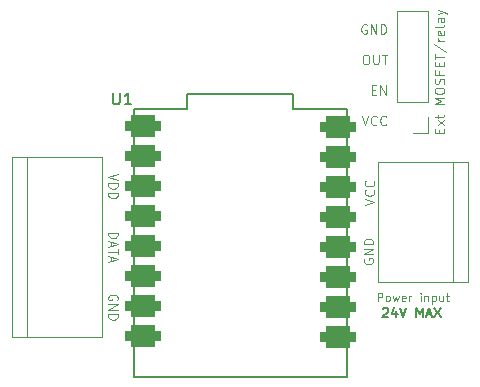
<source format=gbr>
%TF.GenerationSoftware,KiCad,Pcbnew,8.0.4*%
%TF.CreationDate,2024-07-21T20:28:23+02:00*%
%TF.ProjectId,kurumi,6b757275-6d69-42e6-9b69-6361645f7063,rev?*%
%TF.SameCoordinates,Original*%
%TF.FileFunction,Legend,Top*%
%TF.FilePolarity,Positive*%
%FSLAX46Y46*%
G04 Gerber Fmt 4.6, Leading zero omitted, Abs format (unit mm)*
G04 Created by KiCad (PCBNEW 8.0.4) date 2024-07-21 20:28:23*
%MOMM*%
%LPD*%
G01*
G04 APERTURE LIST*
G04 Aperture macros list*
%AMRoundRect*
0 Rectangle with rounded corners*
0 $1 Rounding radius*
0 $2 $3 $4 $5 $6 $7 $8 $9 X,Y pos of 4 corners*
0 Add a 4 corners polygon primitive as box body*
4,1,4,$2,$3,$4,$5,$6,$7,$8,$9,$2,$3,0*
0 Add four circle primitives for the rounded corners*
1,1,$1+$1,$2,$3*
1,1,$1+$1,$4,$5*
1,1,$1+$1,$6,$7*
1,1,$1+$1,$8,$9*
0 Add four rect primitives between the rounded corners*
20,1,$1+$1,$2,$3,$4,$5,0*
20,1,$1+$1,$4,$5,$6,$7,0*
20,1,$1+$1,$6,$7,$8,$9,0*
20,1,$1+$1,$8,$9,$2,$3,0*%
G04 Aperture macros list end*
%ADD10C,0.100000*%
%ADD11C,0.120000*%
%ADD12C,0.150000*%
%ADD13C,0.127000*%
%ADD14C,0.000000*%
%ADD15C,0.099999*%
%ADD16R,3.000000X3.000000*%
%ADD17C,3.000000*%
%ADD18R,1.700000X1.700000*%
%ADD19O,1.700000X1.700000*%
%ADD20RoundRect,0.450000X-1.050000X-0.450000X1.050000X-0.450000X1.050000X0.450000X-1.050000X0.450000X0*%
G04 APERTURE END LIST*
D10*
X20435104Y-32220000D02*
X21235104Y-32220000D01*
X21235104Y-32220000D02*
X21235104Y-32410476D01*
X21235104Y-32410476D02*
X21197009Y-32524762D01*
X21197009Y-32524762D02*
X21120819Y-32600952D01*
X21120819Y-32600952D02*
X21044628Y-32639047D01*
X21044628Y-32639047D02*
X20892247Y-32677143D01*
X20892247Y-32677143D02*
X20777961Y-32677143D01*
X20777961Y-32677143D02*
X20625580Y-32639047D01*
X20625580Y-32639047D02*
X20549390Y-32600952D01*
X20549390Y-32600952D02*
X20473200Y-32524762D01*
X20473200Y-32524762D02*
X20435104Y-32410476D01*
X20435104Y-32410476D02*
X20435104Y-32220000D01*
X20663676Y-32981904D02*
X20663676Y-33362857D01*
X20435104Y-32905714D02*
X21235104Y-33172381D01*
X21235104Y-33172381D02*
X20435104Y-33439047D01*
X21235104Y-33591428D02*
X21235104Y-34048571D01*
X20435104Y-33819999D02*
X21235104Y-33819999D01*
X20663676Y-34277142D02*
X20663676Y-34658095D01*
X20435104Y-34200952D02*
X21235104Y-34467619D01*
X21235104Y-34467619D02*
X20435104Y-34734285D01*
D11*
X48444807Y-23780952D02*
X48444807Y-23514286D01*
X48863855Y-23400000D02*
X48863855Y-23780952D01*
X48863855Y-23780952D02*
X48063855Y-23780952D01*
X48063855Y-23780952D02*
X48063855Y-23400000D01*
X48863855Y-23133333D02*
X48330521Y-22714285D01*
X48330521Y-23133333D02*
X48863855Y-22714285D01*
X48330521Y-22523809D02*
X48330521Y-22219047D01*
X48063855Y-22409523D02*
X48749569Y-22409523D01*
X48749569Y-22409523D02*
X48825760Y-22371428D01*
X48825760Y-22371428D02*
X48863855Y-22295238D01*
X48863855Y-22295238D02*
X48863855Y-22219047D01*
X48863855Y-21342856D02*
X48063855Y-21342856D01*
X48063855Y-21342856D02*
X48635283Y-21076190D01*
X48635283Y-21076190D02*
X48063855Y-20809523D01*
X48063855Y-20809523D02*
X48863855Y-20809523D01*
X48063855Y-20276189D02*
X48063855Y-20123808D01*
X48063855Y-20123808D02*
X48101950Y-20047618D01*
X48101950Y-20047618D02*
X48178140Y-19971427D01*
X48178140Y-19971427D02*
X48330521Y-19933332D01*
X48330521Y-19933332D02*
X48597188Y-19933332D01*
X48597188Y-19933332D02*
X48749569Y-19971427D01*
X48749569Y-19971427D02*
X48825760Y-20047618D01*
X48825760Y-20047618D02*
X48863855Y-20123808D01*
X48863855Y-20123808D02*
X48863855Y-20276189D01*
X48863855Y-20276189D02*
X48825760Y-20352380D01*
X48825760Y-20352380D02*
X48749569Y-20428570D01*
X48749569Y-20428570D02*
X48597188Y-20466666D01*
X48597188Y-20466666D02*
X48330521Y-20466666D01*
X48330521Y-20466666D02*
X48178140Y-20428570D01*
X48178140Y-20428570D02*
X48101950Y-20352380D01*
X48101950Y-20352380D02*
X48063855Y-20276189D01*
X48825760Y-19628571D02*
X48863855Y-19514285D01*
X48863855Y-19514285D02*
X48863855Y-19323809D01*
X48863855Y-19323809D02*
X48825760Y-19247618D01*
X48825760Y-19247618D02*
X48787664Y-19209523D01*
X48787664Y-19209523D02*
X48711474Y-19171428D01*
X48711474Y-19171428D02*
X48635283Y-19171428D01*
X48635283Y-19171428D02*
X48559093Y-19209523D01*
X48559093Y-19209523D02*
X48520998Y-19247618D01*
X48520998Y-19247618D02*
X48482902Y-19323809D01*
X48482902Y-19323809D02*
X48444807Y-19476190D01*
X48444807Y-19476190D02*
X48406712Y-19552380D01*
X48406712Y-19552380D02*
X48368617Y-19590475D01*
X48368617Y-19590475D02*
X48292426Y-19628571D01*
X48292426Y-19628571D02*
X48216236Y-19628571D01*
X48216236Y-19628571D02*
X48140045Y-19590475D01*
X48140045Y-19590475D02*
X48101950Y-19552380D01*
X48101950Y-19552380D02*
X48063855Y-19476190D01*
X48063855Y-19476190D02*
X48063855Y-19285713D01*
X48063855Y-19285713D02*
X48101950Y-19171428D01*
X48444807Y-18561904D02*
X48444807Y-18828570D01*
X48863855Y-18828570D02*
X48063855Y-18828570D01*
X48063855Y-18828570D02*
X48063855Y-18447618D01*
X48444807Y-18142856D02*
X48444807Y-17876190D01*
X48863855Y-17761904D02*
X48863855Y-18142856D01*
X48863855Y-18142856D02*
X48063855Y-18142856D01*
X48063855Y-18142856D02*
X48063855Y-17761904D01*
X48063855Y-17533332D02*
X48063855Y-17076189D01*
X48863855Y-17304761D02*
X48063855Y-17304761D01*
X48025760Y-16238094D02*
X49054331Y-16923808D01*
X48863855Y-15971427D02*
X48330521Y-15971427D01*
X48482902Y-15971427D02*
X48406712Y-15933332D01*
X48406712Y-15933332D02*
X48368617Y-15895237D01*
X48368617Y-15895237D02*
X48330521Y-15819046D01*
X48330521Y-15819046D02*
X48330521Y-15742856D01*
X48825760Y-15171427D02*
X48863855Y-15247618D01*
X48863855Y-15247618D02*
X48863855Y-15399999D01*
X48863855Y-15399999D02*
X48825760Y-15476189D01*
X48825760Y-15476189D02*
X48749569Y-15514285D01*
X48749569Y-15514285D02*
X48444807Y-15514285D01*
X48444807Y-15514285D02*
X48368617Y-15476189D01*
X48368617Y-15476189D02*
X48330521Y-15399999D01*
X48330521Y-15399999D02*
X48330521Y-15247618D01*
X48330521Y-15247618D02*
X48368617Y-15171427D01*
X48368617Y-15171427D02*
X48444807Y-15133332D01*
X48444807Y-15133332D02*
X48520998Y-15133332D01*
X48520998Y-15133332D02*
X48597188Y-15514285D01*
X48863855Y-14676190D02*
X48825760Y-14752380D01*
X48825760Y-14752380D02*
X48749569Y-14790475D01*
X48749569Y-14790475D02*
X48063855Y-14790475D01*
X48863855Y-14028570D02*
X48444807Y-14028570D01*
X48444807Y-14028570D02*
X48368617Y-14066665D01*
X48368617Y-14066665D02*
X48330521Y-14142856D01*
X48330521Y-14142856D02*
X48330521Y-14295237D01*
X48330521Y-14295237D02*
X48368617Y-14371427D01*
X48825760Y-14028570D02*
X48863855Y-14104761D01*
X48863855Y-14104761D02*
X48863855Y-14295237D01*
X48863855Y-14295237D02*
X48825760Y-14371427D01*
X48825760Y-14371427D02*
X48749569Y-14409523D01*
X48749569Y-14409523D02*
X48673379Y-14409523D01*
X48673379Y-14409523D02*
X48597188Y-14371427D01*
X48597188Y-14371427D02*
X48559093Y-14295237D01*
X48559093Y-14295237D02*
X48559093Y-14104761D01*
X48559093Y-14104761D02*
X48520998Y-14028570D01*
X48330521Y-13723808D02*
X48863855Y-13533332D01*
X48330521Y-13342855D02*
X48863855Y-13533332D01*
X48863855Y-13533332D02*
X49054331Y-13609522D01*
X49054331Y-13609522D02*
X49092426Y-13647617D01*
X49092426Y-13647617D02*
X49130521Y-13723808D01*
D10*
X21197009Y-37910476D02*
X21235104Y-37834286D01*
X21235104Y-37834286D02*
X21235104Y-37720000D01*
X21235104Y-37720000D02*
X21197009Y-37605714D01*
X21197009Y-37605714D02*
X21120819Y-37529524D01*
X21120819Y-37529524D02*
X21044628Y-37491429D01*
X21044628Y-37491429D02*
X20892247Y-37453333D01*
X20892247Y-37453333D02*
X20777961Y-37453333D01*
X20777961Y-37453333D02*
X20625580Y-37491429D01*
X20625580Y-37491429D02*
X20549390Y-37529524D01*
X20549390Y-37529524D02*
X20473200Y-37605714D01*
X20473200Y-37605714D02*
X20435104Y-37720000D01*
X20435104Y-37720000D02*
X20435104Y-37796191D01*
X20435104Y-37796191D02*
X20473200Y-37910476D01*
X20473200Y-37910476D02*
X20511295Y-37948572D01*
X20511295Y-37948572D02*
X20777961Y-37948572D01*
X20777961Y-37948572D02*
X20777961Y-37796191D01*
X20435104Y-38291429D02*
X21235104Y-38291429D01*
X21235104Y-38291429D02*
X20435104Y-38748572D01*
X20435104Y-38748572D02*
X21235104Y-38748572D01*
X20435104Y-39129524D02*
X21235104Y-39129524D01*
X21235104Y-39129524D02*
X21235104Y-39320000D01*
X21235104Y-39320000D02*
X21197009Y-39434286D01*
X21197009Y-39434286D02*
X21120819Y-39510476D01*
X21120819Y-39510476D02*
X21044628Y-39548571D01*
X21044628Y-39548571D02*
X20892247Y-39586667D01*
X20892247Y-39586667D02*
X20777961Y-39586667D01*
X20777961Y-39586667D02*
X20625580Y-39548571D01*
X20625580Y-39548571D02*
X20549390Y-39510476D01*
X20549390Y-39510476D02*
X20473200Y-39434286D01*
X20473200Y-39434286D02*
X20435104Y-39320000D01*
X20435104Y-39320000D02*
X20435104Y-39129524D01*
X21235104Y-27253333D02*
X20435104Y-27520000D01*
X20435104Y-27520000D02*
X21235104Y-27786666D01*
X20435104Y-28053333D02*
X21235104Y-28053333D01*
X21235104Y-28053333D02*
X21235104Y-28243809D01*
X21235104Y-28243809D02*
X21197009Y-28358095D01*
X21197009Y-28358095D02*
X21120819Y-28434285D01*
X21120819Y-28434285D02*
X21044628Y-28472380D01*
X21044628Y-28472380D02*
X20892247Y-28510476D01*
X20892247Y-28510476D02*
X20777961Y-28510476D01*
X20777961Y-28510476D02*
X20625580Y-28472380D01*
X20625580Y-28472380D02*
X20549390Y-28434285D01*
X20549390Y-28434285D02*
X20473200Y-28358095D01*
X20473200Y-28358095D02*
X20435104Y-28243809D01*
X20435104Y-28243809D02*
X20435104Y-28053333D01*
X20435104Y-28853333D02*
X21235104Y-28853333D01*
X21235104Y-28853333D02*
X21235104Y-29043809D01*
X21235104Y-29043809D02*
X21197009Y-29158095D01*
X21197009Y-29158095D02*
X21120819Y-29234285D01*
X21120819Y-29234285D02*
X21044628Y-29272380D01*
X21044628Y-29272380D02*
X20892247Y-29310476D01*
X20892247Y-29310476D02*
X20777961Y-29310476D01*
X20777961Y-29310476D02*
X20625580Y-29272380D01*
X20625580Y-29272380D02*
X20549390Y-29234285D01*
X20549390Y-29234285D02*
X20473200Y-29158095D01*
X20473200Y-29158095D02*
X20435104Y-29043809D01*
X20435104Y-29043809D02*
X20435104Y-28853333D01*
D11*
X42292481Y-14618085D02*
X42216291Y-14579990D01*
X42216291Y-14579990D02*
X42102005Y-14579990D01*
X42102005Y-14579990D02*
X41987719Y-14618085D01*
X41987719Y-14618085D02*
X41911529Y-14694275D01*
X41911529Y-14694275D02*
X41873434Y-14770466D01*
X41873434Y-14770466D02*
X41835338Y-14922847D01*
X41835338Y-14922847D02*
X41835338Y-15037133D01*
X41835338Y-15037133D02*
X41873434Y-15189514D01*
X41873434Y-15189514D02*
X41911529Y-15265704D01*
X41911529Y-15265704D02*
X41987719Y-15341895D01*
X41987719Y-15341895D02*
X42102005Y-15379990D01*
X42102005Y-15379990D02*
X42178196Y-15379990D01*
X42178196Y-15379990D02*
X42292481Y-15341895D01*
X42292481Y-15341895D02*
X42330577Y-15303799D01*
X42330577Y-15303799D02*
X42330577Y-15037133D01*
X42330577Y-15037133D02*
X42178196Y-15037133D01*
X42673434Y-15379990D02*
X42673434Y-14579990D01*
X42673434Y-14579990D02*
X43130577Y-15379990D01*
X43130577Y-15379990D02*
X43130577Y-14579990D01*
X43511529Y-15379990D02*
X43511529Y-14579990D01*
X43511529Y-14579990D02*
X43702005Y-14579990D01*
X43702005Y-14579990D02*
X43816291Y-14618085D01*
X43816291Y-14618085D02*
X43892481Y-14694275D01*
X43892481Y-14694275D02*
X43930576Y-14770466D01*
X43930576Y-14770466D02*
X43968672Y-14922847D01*
X43968672Y-14922847D02*
X43968672Y-15037133D01*
X43968672Y-15037133D02*
X43930576Y-15189514D01*
X43930576Y-15189514D02*
X43892481Y-15265704D01*
X43892481Y-15265704D02*
X43816291Y-15341895D01*
X43816291Y-15341895D02*
X43702005Y-15379990D01*
X43702005Y-15379990D02*
X43511529Y-15379990D01*
X42178196Y-17155900D02*
X42330577Y-17155900D01*
X42330577Y-17155900D02*
X42406767Y-17193995D01*
X42406767Y-17193995D02*
X42482958Y-17270185D01*
X42482958Y-17270185D02*
X42521053Y-17422566D01*
X42521053Y-17422566D02*
X42521053Y-17689233D01*
X42521053Y-17689233D02*
X42482958Y-17841614D01*
X42482958Y-17841614D02*
X42406767Y-17917805D01*
X42406767Y-17917805D02*
X42330577Y-17955900D01*
X42330577Y-17955900D02*
X42178196Y-17955900D01*
X42178196Y-17955900D02*
X42102005Y-17917805D01*
X42102005Y-17917805D02*
X42025815Y-17841614D01*
X42025815Y-17841614D02*
X41987719Y-17689233D01*
X41987719Y-17689233D02*
X41987719Y-17422566D01*
X41987719Y-17422566D02*
X42025815Y-17270185D01*
X42025815Y-17270185D02*
X42102005Y-17193995D01*
X42102005Y-17193995D02*
X42178196Y-17155900D01*
X42863910Y-17155900D02*
X42863910Y-17803519D01*
X42863910Y-17803519D02*
X42902005Y-17879709D01*
X42902005Y-17879709D02*
X42940100Y-17917805D01*
X42940100Y-17917805D02*
X43016291Y-17955900D01*
X43016291Y-17955900D02*
X43168672Y-17955900D01*
X43168672Y-17955900D02*
X43244862Y-17917805D01*
X43244862Y-17917805D02*
X43282957Y-17879709D01*
X43282957Y-17879709D02*
X43321053Y-17803519D01*
X43321053Y-17803519D02*
X43321053Y-17155900D01*
X43587719Y-17155900D02*
X44044862Y-17155900D01*
X43816290Y-17955900D02*
X43816290Y-17155900D01*
X42749624Y-20112762D02*
X43016290Y-20112762D01*
X43130576Y-20531810D02*
X42749624Y-20531810D01*
X42749624Y-20531810D02*
X42749624Y-19731810D01*
X42749624Y-19731810D02*
X43130576Y-19731810D01*
X43473434Y-20531810D02*
X43473434Y-19731810D01*
X43473434Y-19731810D02*
X43930577Y-20531810D01*
X43930577Y-20531810D02*
X43930577Y-19731810D01*
X41911529Y-22307720D02*
X42178196Y-23107720D01*
X42178196Y-23107720D02*
X42444862Y-22307720D01*
X43168672Y-23031529D02*
X43130576Y-23069625D01*
X43130576Y-23069625D02*
X43016291Y-23107720D01*
X43016291Y-23107720D02*
X42940100Y-23107720D01*
X42940100Y-23107720D02*
X42825814Y-23069625D01*
X42825814Y-23069625D02*
X42749624Y-22993434D01*
X42749624Y-22993434D02*
X42711529Y-22917244D01*
X42711529Y-22917244D02*
X42673433Y-22764863D01*
X42673433Y-22764863D02*
X42673433Y-22650577D01*
X42673433Y-22650577D02*
X42711529Y-22498196D01*
X42711529Y-22498196D02*
X42749624Y-22422005D01*
X42749624Y-22422005D02*
X42825814Y-22345815D01*
X42825814Y-22345815D02*
X42940100Y-22307720D01*
X42940100Y-22307720D02*
X43016291Y-22307720D01*
X43016291Y-22307720D02*
X43130576Y-22345815D01*
X43130576Y-22345815D02*
X43168672Y-22383910D01*
X43968672Y-23031529D02*
X43930576Y-23069625D01*
X43930576Y-23069625D02*
X43816291Y-23107720D01*
X43816291Y-23107720D02*
X43740100Y-23107720D01*
X43740100Y-23107720D02*
X43625814Y-23069625D01*
X43625814Y-23069625D02*
X43549624Y-22993434D01*
X43549624Y-22993434D02*
X43511529Y-22917244D01*
X43511529Y-22917244D02*
X43473433Y-22764863D01*
X43473433Y-22764863D02*
X43473433Y-22650577D01*
X43473433Y-22650577D02*
X43511529Y-22498196D01*
X43511529Y-22498196D02*
X43549624Y-22422005D01*
X43549624Y-22422005D02*
X43625814Y-22345815D01*
X43625814Y-22345815D02*
X43740100Y-22307720D01*
X43740100Y-22307720D02*
X43816291Y-22307720D01*
X43816291Y-22307720D02*
X43930576Y-22345815D01*
X43930576Y-22345815D02*
X43968672Y-22383910D01*
D10*
X42164895Y-29866666D02*
X42964895Y-29599999D01*
X42964895Y-29599999D02*
X42164895Y-29333333D01*
X42888704Y-28609523D02*
X42926800Y-28647619D01*
X42926800Y-28647619D02*
X42964895Y-28761904D01*
X42964895Y-28761904D02*
X42964895Y-28838095D01*
X42964895Y-28838095D02*
X42926800Y-28952381D01*
X42926800Y-28952381D02*
X42850609Y-29028571D01*
X42850609Y-29028571D02*
X42774419Y-29066666D01*
X42774419Y-29066666D02*
X42622038Y-29104762D01*
X42622038Y-29104762D02*
X42507752Y-29104762D01*
X42507752Y-29104762D02*
X42355371Y-29066666D01*
X42355371Y-29066666D02*
X42279180Y-29028571D01*
X42279180Y-29028571D02*
X42202990Y-28952381D01*
X42202990Y-28952381D02*
X42164895Y-28838095D01*
X42164895Y-28838095D02*
X42164895Y-28761904D01*
X42164895Y-28761904D02*
X42202990Y-28647619D01*
X42202990Y-28647619D02*
X42241085Y-28609523D01*
X42888704Y-27809523D02*
X42926800Y-27847619D01*
X42926800Y-27847619D02*
X42964895Y-27961904D01*
X42964895Y-27961904D02*
X42964895Y-28038095D01*
X42964895Y-28038095D02*
X42926800Y-28152381D01*
X42926800Y-28152381D02*
X42850609Y-28228571D01*
X42850609Y-28228571D02*
X42774419Y-28266666D01*
X42774419Y-28266666D02*
X42622038Y-28304762D01*
X42622038Y-28304762D02*
X42507752Y-28304762D01*
X42507752Y-28304762D02*
X42355371Y-28266666D01*
X42355371Y-28266666D02*
X42279180Y-28228571D01*
X42279180Y-28228571D02*
X42202990Y-28152381D01*
X42202990Y-28152381D02*
X42164895Y-28038095D01*
X42164895Y-28038095D02*
X42164895Y-27961904D01*
X42164895Y-27961904D02*
X42202990Y-27847619D01*
X42202990Y-27847619D02*
X42241085Y-27809523D01*
D11*
X43233334Y-38017593D02*
X43233334Y-37317593D01*
X43233334Y-37317593D02*
X43500001Y-37317593D01*
X43500001Y-37317593D02*
X43566668Y-37350926D01*
X43566668Y-37350926D02*
X43600001Y-37384260D01*
X43600001Y-37384260D02*
X43633334Y-37450926D01*
X43633334Y-37450926D02*
X43633334Y-37550926D01*
X43633334Y-37550926D02*
X43600001Y-37617593D01*
X43600001Y-37617593D02*
X43566668Y-37650926D01*
X43566668Y-37650926D02*
X43500001Y-37684260D01*
X43500001Y-37684260D02*
X43233334Y-37684260D01*
X44033334Y-38017593D02*
X43966668Y-37984260D01*
X43966668Y-37984260D02*
X43933334Y-37950926D01*
X43933334Y-37950926D02*
X43900001Y-37884260D01*
X43900001Y-37884260D02*
X43900001Y-37684260D01*
X43900001Y-37684260D02*
X43933334Y-37617593D01*
X43933334Y-37617593D02*
X43966668Y-37584260D01*
X43966668Y-37584260D02*
X44033334Y-37550926D01*
X44033334Y-37550926D02*
X44133334Y-37550926D01*
X44133334Y-37550926D02*
X44200001Y-37584260D01*
X44200001Y-37584260D02*
X44233334Y-37617593D01*
X44233334Y-37617593D02*
X44266668Y-37684260D01*
X44266668Y-37684260D02*
X44266668Y-37884260D01*
X44266668Y-37884260D02*
X44233334Y-37950926D01*
X44233334Y-37950926D02*
X44200001Y-37984260D01*
X44200001Y-37984260D02*
X44133334Y-38017593D01*
X44133334Y-38017593D02*
X44033334Y-38017593D01*
X44500001Y-37550926D02*
X44633334Y-38017593D01*
X44633334Y-38017593D02*
X44766667Y-37684260D01*
X44766667Y-37684260D02*
X44900001Y-38017593D01*
X44900001Y-38017593D02*
X45033334Y-37550926D01*
X45566667Y-37984260D02*
X45500000Y-38017593D01*
X45500000Y-38017593D02*
X45366667Y-38017593D01*
X45366667Y-38017593D02*
X45300000Y-37984260D01*
X45300000Y-37984260D02*
X45266667Y-37917593D01*
X45266667Y-37917593D02*
X45266667Y-37650926D01*
X45266667Y-37650926D02*
X45300000Y-37584260D01*
X45300000Y-37584260D02*
X45366667Y-37550926D01*
X45366667Y-37550926D02*
X45500000Y-37550926D01*
X45500000Y-37550926D02*
X45566667Y-37584260D01*
X45566667Y-37584260D02*
X45600000Y-37650926D01*
X45600000Y-37650926D02*
X45600000Y-37717593D01*
X45600000Y-37717593D02*
X45266667Y-37784260D01*
X45900000Y-38017593D02*
X45900000Y-37550926D01*
X45900000Y-37684260D02*
X45933334Y-37617593D01*
X45933334Y-37617593D02*
X45966667Y-37584260D01*
X45966667Y-37584260D02*
X46033334Y-37550926D01*
X46033334Y-37550926D02*
X46100000Y-37550926D01*
X46866666Y-38017593D02*
X46866666Y-37550926D01*
X46866666Y-37317593D02*
X46833333Y-37350926D01*
X46833333Y-37350926D02*
X46866666Y-37384260D01*
X46866666Y-37384260D02*
X46900000Y-37350926D01*
X46900000Y-37350926D02*
X46866666Y-37317593D01*
X46866666Y-37317593D02*
X46866666Y-37384260D01*
X47199999Y-37550926D02*
X47199999Y-38017593D01*
X47199999Y-37617593D02*
X47233333Y-37584260D01*
X47233333Y-37584260D02*
X47299999Y-37550926D01*
X47299999Y-37550926D02*
X47399999Y-37550926D01*
X47399999Y-37550926D02*
X47466666Y-37584260D01*
X47466666Y-37584260D02*
X47499999Y-37650926D01*
X47499999Y-37650926D02*
X47499999Y-38017593D01*
X47833332Y-37550926D02*
X47833332Y-38250926D01*
X47833332Y-37584260D02*
X47899999Y-37550926D01*
X47899999Y-37550926D02*
X48033332Y-37550926D01*
X48033332Y-37550926D02*
X48099999Y-37584260D01*
X48099999Y-37584260D02*
X48133332Y-37617593D01*
X48133332Y-37617593D02*
X48166666Y-37684260D01*
X48166666Y-37684260D02*
X48166666Y-37884260D01*
X48166666Y-37884260D02*
X48133332Y-37950926D01*
X48133332Y-37950926D02*
X48099999Y-37984260D01*
X48099999Y-37984260D02*
X48033332Y-38017593D01*
X48033332Y-38017593D02*
X47899999Y-38017593D01*
X47899999Y-38017593D02*
X47833332Y-37984260D01*
X48766665Y-37550926D02*
X48766665Y-38017593D01*
X48466665Y-37550926D02*
X48466665Y-37917593D01*
X48466665Y-37917593D02*
X48499999Y-37984260D01*
X48499999Y-37984260D02*
X48566665Y-38017593D01*
X48566665Y-38017593D02*
X48666665Y-38017593D01*
X48666665Y-38017593D02*
X48733332Y-37984260D01*
X48733332Y-37984260D02*
X48766665Y-37950926D01*
X48999998Y-37550926D02*
X49266665Y-37550926D01*
X49099998Y-37317593D02*
X49099998Y-37917593D01*
X49099998Y-37917593D02*
X49133332Y-37984260D01*
X49133332Y-37984260D02*
X49199998Y-38017593D01*
X49199998Y-38017593D02*
X49266665Y-38017593D01*
D12*
X43661904Y-38638485D02*
X43700000Y-38600390D01*
X43700000Y-38600390D02*
X43776190Y-38562295D01*
X43776190Y-38562295D02*
X43966666Y-38562295D01*
X43966666Y-38562295D02*
X44042857Y-38600390D01*
X44042857Y-38600390D02*
X44080952Y-38638485D01*
X44080952Y-38638485D02*
X44119047Y-38714676D01*
X44119047Y-38714676D02*
X44119047Y-38790866D01*
X44119047Y-38790866D02*
X44080952Y-38905152D01*
X44080952Y-38905152D02*
X43623809Y-39362295D01*
X43623809Y-39362295D02*
X44119047Y-39362295D01*
X44804762Y-38828961D02*
X44804762Y-39362295D01*
X44614286Y-38524200D02*
X44423809Y-39095628D01*
X44423809Y-39095628D02*
X44919048Y-39095628D01*
X45109524Y-38562295D02*
X45376191Y-39362295D01*
X45376191Y-39362295D02*
X45642857Y-38562295D01*
X46519048Y-39362295D02*
X46519048Y-38562295D01*
X46519048Y-38562295D02*
X46785714Y-39133723D01*
X46785714Y-39133723D02*
X47052381Y-38562295D01*
X47052381Y-38562295D02*
X47052381Y-39362295D01*
X47395238Y-39133723D02*
X47776191Y-39133723D01*
X47319048Y-39362295D02*
X47585715Y-38562295D01*
X47585715Y-38562295D02*
X47852381Y-39362295D01*
X48042857Y-38562295D02*
X48576191Y-39362295D01*
X48576191Y-38562295D02*
X48042857Y-39362295D01*
D10*
X42102990Y-34409523D02*
X42064895Y-34485713D01*
X42064895Y-34485713D02*
X42064895Y-34599999D01*
X42064895Y-34599999D02*
X42102990Y-34714285D01*
X42102990Y-34714285D02*
X42179180Y-34790475D01*
X42179180Y-34790475D02*
X42255371Y-34828570D01*
X42255371Y-34828570D02*
X42407752Y-34866666D01*
X42407752Y-34866666D02*
X42522038Y-34866666D01*
X42522038Y-34866666D02*
X42674419Y-34828570D01*
X42674419Y-34828570D02*
X42750609Y-34790475D01*
X42750609Y-34790475D02*
X42826800Y-34714285D01*
X42826800Y-34714285D02*
X42864895Y-34599999D01*
X42864895Y-34599999D02*
X42864895Y-34523808D01*
X42864895Y-34523808D02*
X42826800Y-34409523D01*
X42826800Y-34409523D02*
X42788704Y-34371427D01*
X42788704Y-34371427D02*
X42522038Y-34371427D01*
X42522038Y-34371427D02*
X42522038Y-34523808D01*
X42864895Y-34028570D02*
X42064895Y-34028570D01*
X42064895Y-34028570D02*
X42864895Y-33571427D01*
X42864895Y-33571427D02*
X42064895Y-33571427D01*
X42864895Y-33190475D02*
X42064895Y-33190475D01*
X42064895Y-33190475D02*
X42064895Y-32999999D01*
X42064895Y-32999999D02*
X42102990Y-32885713D01*
X42102990Y-32885713D02*
X42179180Y-32809523D01*
X42179180Y-32809523D02*
X42255371Y-32771428D01*
X42255371Y-32771428D02*
X42407752Y-32733332D01*
X42407752Y-32733332D02*
X42522038Y-32733332D01*
X42522038Y-32733332D02*
X42674419Y-32771428D01*
X42674419Y-32771428D02*
X42750609Y-32809523D01*
X42750609Y-32809523D02*
X42826800Y-32885713D01*
X42826800Y-32885713D02*
X42864895Y-32999999D01*
X42864895Y-32999999D02*
X42864895Y-33190475D01*
D12*
X20818095Y-20354819D02*
X20818095Y-21164342D01*
X20818095Y-21164342D02*
X20865714Y-21259580D01*
X20865714Y-21259580D02*
X20913333Y-21307200D01*
X20913333Y-21307200D02*
X21008571Y-21354819D01*
X21008571Y-21354819D02*
X21199047Y-21354819D01*
X21199047Y-21354819D02*
X21294285Y-21307200D01*
X21294285Y-21307200D02*
X21341904Y-21259580D01*
X21341904Y-21259580D02*
X21389523Y-21164342D01*
X21389523Y-21164342D02*
X21389523Y-20354819D01*
X22389523Y-21354819D02*
X21818095Y-21354819D01*
X22103809Y-21354819D02*
X22103809Y-20354819D01*
X22103809Y-20354819D02*
X22008571Y-20497676D01*
X22008571Y-20497676D02*
X21913333Y-20592914D01*
X21913333Y-20592914D02*
X21818095Y-20640533D01*
D11*
%TO.C,J2*%
X12290000Y-25800000D02*
X12290000Y-41040000D01*
X12290000Y-25800000D02*
X19910000Y-25800000D01*
X12290000Y-41040000D02*
X19910000Y-41040000D01*
X13560000Y-25800000D02*
X13560000Y-41040000D01*
X19910000Y-25800000D02*
X19910000Y-41040000D01*
%TO.C,J3*%
X44870000Y-21150000D02*
X44870000Y-13470000D01*
X47530000Y-13470000D02*
X44870000Y-13470000D01*
X47530000Y-21150000D02*
X44870000Y-21150000D01*
X47530000Y-21150000D02*
X47530000Y-13470000D01*
X47530000Y-22420000D02*
X47530000Y-23750000D01*
X47530000Y-23750000D02*
X46200000Y-23750000D01*
%TO.C,J1*%
X43290000Y-26260000D02*
X43290000Y-36420000D01*
X43290000Y-36420000D02*
X50910000Y-36420000D01*
X49640000Y-26260000D02*
X49640000Y-36420000D01*
X50910000Y-26260000D02*
X43290000Y-26260000D01*
X50910000Y-36420000D02*
X50910000Y-26260000D01*
D13*
%TO.C,U1*%
X22600000Y-44440000D02*
X22600000Y-21740000D01*
X27100000Y-20440000D02*
X27100000Y-21740000D01*
X27100000Y-21740000D02*
X22600000Y-21740000D01*
X36100000Y-20440000D02*
X27100000Y-20440000D01*
X36100000Y-20440000D02*
X36100000Y-21740000D01*
X40600000Y-21740000D02*
X36100000Y-21740000D01*
X40600000Y-44440000D02*
X22600000Y-44440000D01*
X40600000Y-44440000D02*
X40600000Y-21740000D01*
%TD*%
%LPC*%
D14*
D15*
%TO.C,REF\u002A\u002A*%
X19856506Y-16860722D02*
X19865563Y-16865072D01*
X19873775Y-16870631D01*
X19881145Y-16877409D01*
X19887677Y-16885416D01*
X19893372Y-16894658D01*
X19898235Y-16905146D01*
X19902267Y-16916889D01*
X19905472Y-16929894D01*
X19907853Y-16944172D01*
X19909412Y-16959730D01*
X19910153Y-16976578D01*
X19910079Y-16994725D01*
X19909191Y-17014179D01*
X19907495Y-17034949D01*
X19904991Y-17057045D01*
X19899656Y-17092980D01*
X19893179Y-17127211D01*
X19885612Y-17159773D01*
X19877007Y-17190705D01*
X19867414Y-17220043D01*
X19856887Y-17247824D01*
X19845476Y-17274086D01*
X19833234Y-17298866D01*
X19820211Y-17322200D01*
X19806461Y-17344126D01*
X19792034Y-17364682D01*
X19776982Y-17383903D01*
X19761357Y-17401827D01*
X19745211Y-17418492D01*
X19728595Y-17433935D01*
X19711562Y-17448192D01*
X19694162Y-17461301D01*
X19676448Y-17473298D01*
X19658471Y-17484222D01*
X19640283Y-17494109D01*
X19621936Y-17502996D01*
X19603482Y-17510920D01*
X19566457Y-17524030D01*
X19529623Y-17533734D01*
X19493392Y-17540330D01*
X19458180Y-17544115D01*
X19424400Y-17545387D01*
X19398384Y-17544674D01*
X19373508Y-17542572D01*
X19349747Y-17539140D01*
X19327076Y-17534433D01*
X19305469Y-17528509D01*
X19284901Y-17521423D01*
X19265346Y-17513234D01*
X19246781Y-17503998D01*
X19229179Y-17493771D01*
X19212514Y-17482611D01*
X19196763Y-17470575D01*
X19181900Y-17457718D01*
X19167899Y-17444099D01*
X19154735Y-17429773D01*
X19142383Y-17414799D01*
X19130818Y-17399231D01*
X19120014Y-17383128D01*
X19109946Y-17366547D01*
X19091919Y-17332175D01*
X19076534Y-17296569D01*
X19063590Y-17260185D01*
X19052884Y-17223478D01*
X19044214Y-17186901D01*
X19037379Y-17150910D01*
X19032177Y-17115959D01*
X19029265Y-17091523D01*
X19027058Y-17069694D01*
X19025617Y-17050297D01*
X19025204Y-17041457D01*
X19025007Y-17033161D01*
X19025033Y-17025386D01*
X19025290Y-17018111D01*
X19025787Y-17011315D01*
X19026531Y-17004975D01*
X19027530Y-16999071D01*
X19028793Y-16993580D01*
X19030326Y-16988481D01*
X19032139Y-16983752D01*
X19034238Y-16979371D01*
X19036633Y-16975318D01*
X19039330Y-16971570D01*
X19042338Y-16968106D01*
X19045664Y-16964903D01*
X19049317Y-16961941D01*
X19053305Y-16959198D01*
X19057635Y-16956652D01*
X19062315Y-16954281D01*
X19067354Y-16952064D01*
X19072759Y-16949979D01*
X19078539Y-16948005D01*
X19091251Y-16944301D01*
X19105556Y-16940780D01*
X19170006Y-16928949D01*
X19266667Y-16915166D01*
X19383461Y-16900613D01*
X19508306Y-16886469D01*
X19733830Y-16864128D01*
X19810347Y-16858290D01*
X19846595Y-16857582D01*
X19846601Y-16857574D01*
X19856506Y-16860722D01*
G36*
X19856506Y-16860722D02*
G01*
X19865563Y-16865072D01*
X19873775Y-16870631D01*
X19881145Y-16877409D01*
X19887677Y-16885416D01*
X19893372Y-16894658D01*
X19898235Y-16905146D01*
X19902267Y-16916889D01*
X19905472Y-16929894D01*
X19907853Y-16944172D01*
X19909412Y-16959730D01*
X19910153Y-16976578D01*
X19910079Y-16994725D01*
X19909191Y-17014179D01*
X19907495Y-17034949D01*
X19904991Y-17057045D01*
X19899656Y-17092980D01*
X19893179Y-17127211D01*
X19885612Y-17159773D01*
X19877007Y-17190705D01*
X19867414Y-17220043D01*
X19856887Y-17247824D01*
X19845476Y-17274086D01*
X19833234Y-17298866D01*
X19820211Y-17322200D01*
X19806461Y-17344126D01*
X19792034Y-17364682D01*
X19776982Y-17383903D01*
X19761357Y-17401827D01*
X19745211Y-17418492D01*
X19728595Y-17433935D01*
X19711562Y-17448192D01*
X19694162Y-17461301D01*
X19676448Y-17473298D01*
X19658471Y-17484222D01*
X19640283Y-17494109D01*
X19621936Y-17502996D01*
X19603482Y-17510920D01*
X19566457Y-17524030D01*
X19529623Y-17533734D01*
X19493392Y-17540330D01*
X19458180Y-17544115D01*
X19424400Y-17545387D01*
X19398384Y-17544674D01*
X19373508Y-17542572D01*
X19349747Y-17539140D01*
X19327076Y-17534433D01*
X19305469Y-17528509D01*
X19284901Y-17521423D01*
X19265346Y-17513234D01*
X19246781Y-17503998D01*
X19229179Y-17493771D01*
X19212514Y-17482611D01*
X19196763Y-17470575D01*
X19181900Y-17457718D01*
X19167899Y-17444099D01*
X19154735Y-17429773D01*
X19142383Y-17414799D01*
X19130818Y-17399231D01*
X19120014Y-17383128D01*
X19109946Y-17366547D01*
X19091919Y-17332175D01*
X19076534Y-17296569D01*
X19063590Y-17260185D01*
X19052884Y-17223478D01*
X19044214Y-17186901D01*
X19037379Y-17150910D01*
X19032177Y-17115959D01*
X19029265Y-17091523D01*
X19027058Y-17069694D01*
X19025617Y-17050297D01*
X19025204Y-17041457D01*
X19025007Y-17033161D01*
X19025033Y-17025386D01*
X19025290Y-17018111D01*
X19025787Y-17011315D01*
X19026531Y-17004975D01*
X19027530Y-16999071D01*
X19028793Y-16993580D01*
X19030326Y-16988481D01*
X19032139Y-16983752D01*
X19034238Y-16979371D01*
X19036633Y-16975318D01*
X19039330Y-16971570D01*
X19042338Y-16968106D01*
X19045664Y-16964903D01*
X19049317Y-16961941D01*
X19053305Y-16959198D01*
X19057635Y-16956652D01*
X19062315Y-16954281D01*
X19067354Y-16952064D01*
X19072759Y-16949979D01*
X19078539Y-16948005D01*
X19091251Y-16944301D01*
X19105556Y-16940780D01*
X19170006Y-16928949D01*
X19266667Y-16915166D01*
X19383461Y-16900613D01*
X19508306Y-16886469D01*
X19733830Y-16864128D01*
X19810347Y-16858290D01*
X19846595Y-16857582D01*
X19846601Y-16857574D01*
X19856506Y-16860722D01*
G37*
X17103605Y-16857589D02*
X17139852Y-16858296D01*
X17216369Y-16864132D01*
X17441893Y-16886474D01*
X17683533Y-16915173D01*
X17780195Y-16928956D01*
X17844645Y-16940788D01*
X17858955Y-16944306D01*
X17871672Y-16948008D01*
X17882859Y-16952065D01*
X17892579Y-16956652D01*
X17896910Y-16959197D01*
X17900898Y-16961940D01*
X17904551Y-16964902D01*
X17907877Y-16968104D01*
X17910885Y-16971569D01*
X17913582Y-16975317D01*
X17915976Y-16979370D01*
X17918074Y-16983751D01*
X17919886Y-16988480D01*
X17921419Y-16993579D01*
X17922681Y-16999071D01*
X17923679Y-17004975D01*
X17924918Y-17018112D01*
X17925200Y-17033163D01*
X17924588Y-17050301D01*
X17923146Y-17069698D01*
X17920938Y-17091529D01*
X17918026Y-17115966D01*
X17912824Y-17150916D01*
X17905989Y-17186906D01*
X17897320Y-17223482D01*
X17886614Y-17260190D01*
X17873669Y-17296573D01*
X17858284Y-17332179D01*
X17849613Y-17349548D01*
X17840257Y-17366551D01*
X17830189Y-17383133D01*
X17819386Y-17399236D01*
X17807820Y-17414804D01*
X17795468Y-17429778D01*
X17782304Y-17444104D01*
X17768303Y-17457724D01*
X17753440Y-17470581D01*
X17737688Y-17482617D01*
X17721024Y-17493778D01*
X17703422Y-17504005D01*
X17684856Y-17513241D01*
X17665302Y-17521430D01*
X17644733Y-17528516D01*
X17623126Y-17534440D01*
X17600455Y-17539147D01*
X17576693Y-17542580D01*
X17551818Y-17544681D01*
X17525802Y-17545394D01*
X17492021Y-17544123D01*
X17456809Y-17540338D01*
X17420579Y-17533742D01*
X17383745Y-17524037D01*
X17346720Y-17510928D01*
X17309918Y-17494117D01*
X17291731Y-17484230D01*
X17273754Y-17473306D01*
X17256040Y-17461308D01*
X17238640Y-17448200D01*
X17221606Y-17433942D01*
X17204991Y-17418500D01*
X17188844Y-17401835D01*
X17173220Y-17383911D01*
X17158168Y-17364689D01*
X17143741Y-17344134D01*
X17129990Y-17322208D01*
X17116968Y-17298874D01*
X17104725Y-17274094D01*
X17093315Y-17247832D01*
X17082787Y-17220051D01*
X17073195Y-17190713D01*
X17064589Y-17159781D01*
X17057022Y-17127218D01*
X17050546Y-17092988D01*
X17045211Y-17057052D01*
X17043858Y-17045840D01*
X17042708Y-17034961D01*
X17041759Y-17024412D01*
X17041012Y-17014193D01*
X17040468Y-17004303D01*
X17040127Y-16994741D01*
X17039990Y-16985505D01*
X17040055Y-16976596D01*
X17040325Y-16968010D01*
X17040800Y-16959748D01*
X17041479Y-16951808D01*
X17042362Y-16944189D01*
X17043452Y-16936891D01*
X17044747Y-16929911D01*
X17046247Y-16923250D01*
X17047955Y-16916905D01*
X17049869Y-16910876D01*
X17051990Y-16905161D01*
X17054318Y-16899760D01*
X17056854Y-16894672D01*
X17059598Y-16889895D01*
X17062551Y-16885428D01*
X17065712Y-16881270D01*
X17069082Y-16877420D01*
X17072662Y-16873878D01*
X17076451Y-16870641D01*
X17080451Y-16867709D01*
X17084661Y-16865080D01*
X17089081Y-16862754D01*
X17093713Y-16860730D01*
X17098556Y-16859006D01*
X17103611Y-16857582D01*
X17103605Y-16857589D01*
G36*
X17103605Y-16857589D02*
G01*
X17139852Y-16858296D01*
X17216369Y-16864132D01*
X17441893Y-16886474D01*
X17683533Y-16915173D01*
X17780195Y-16928956D01*
X17844645Y-16940788D01*
X17858955Y-16944306D01*
X17871672Y-16948008D01*
X17882859Y-16952065D01*
X17892579Y-16956652D01*
X17896910Y-16959197D01*
X17900898Y-16961940D01*
X17904551Y-16964902D01*
X17907877Y-16968104D01*
X17910885Y-16971569D01*
X17913582Y-16975317D01*
X17915976Y-16979370D01*
X17918074Y-16983751D01*
X17919886Y-16988480D01*
X17921419Y-16993579D01*
X17922681Y-16999071D01*
X17923679Y-17004975D01*
X17924918Y-17018112D01*
X17925200Y-17033163D01*
X17924588Y-17050301D01*
X17923146Y-17069698D01*
X17920938Y-17091529D01*
X17918026Y-17115966D01*
X17912824Y-17150916D01*
X17905989Y-17186906D01*
X17897320Y-17223482D01*
X17886614Y-17260190D01*
X17873669Y-17296573D01*
X17858284Y-17332179D01*
X17849613Y-17349548D01*
X17840257Y-17366551D01*
X17830189Y-17383133D01*
X17819386Y-17399236D01*
X17807820Y-17414804D01*
X17795468Y-17429778D01*
X17782304Y-17444104D01*
X17768303Y-17457724D01*
X17753440Y-17470581D01*
X17737688Y-17482617D01*
X17721024Y-17493778D01*
X17703422Y-17504005D01*
X17684856Y-17513241D01*
X17665302Y-17521430D01*
X17644733Y-17528516D01*
X17623126Y-17534440D01*
X17600455Y-17539147D01*
X17576693Y-17542580D01*
X17551818Y-17544681D01*
X17525802Y-17545394D01*
X17492021Y-17544123D01*
X17456809Y-17540338D01*
X17420579Y-17533742D01*
X17383745Y-17524037D01*
X17346720Y-17510928D01*
X17309918Y-17494117D01*
X17291731Y-17484230D01*
X17273754Y-17473306D01*
X17256040Y-17461308D01*
X17238640Y-17448200D01*
X17221606Y-17433942D01*
X17204991Y-17418500D01*
X17188844Y-17401835D01*
X17173220Y-17383911D01*
X17158168Y-17364689D01*
X17143741Y-17344134D01*
X17129990Y-17322208D01*
X17116968Y-17298874D01*
X17104725Y-17274094D01*
X17093315Y-17247832D01*
X17082787Y-17220051D01*
X17073195Y-17190713D01*
X17064589Y-17159781D01*
X17057022Y-17127218D01*
X17050546Y-17092988D01*
X17045211Y-17057052D01*
X17043858Y-17045840D01*
X17042708Y-17034961D01*
X17041759Y-17024412D01*
X17041012Y-17014193D01*
X17040468Y-17004303D01*
X17040127Y-16994741D01*
X17039990Y-16985505D01*
X17040055Y-16976596D01*
X17040325Y-16968010D01*
X17040800Y-16959748D01*
X17041479Y-16951808D01*
X17042362Y-16944189D01*
X17043452Y-16936891D01*
X17044747Y-16929911D01*
X17046247Y-16923250D01*
X17047955Y-16916905D01*
X17049869Y-16910876D01*
X17051990Y-16905161D01*
X17054318Y-16899760D01*
X17056854Y-16894672D01*
X17059598Y-16889895D01*
X17062551Y-16885428D01*
X17065712Y-16881270D01*
X17069082Y-16877420D01*
X17072662Y-16873878D01*
X17076451Y-16870641D01*
X17080451Y-16867709D01*
X17084661Y-16865080D01*
X17089081Y-16862754D01*
X17093713Y-16860730D01*
X17098556Y-16859006D01*
X17103611Y-16857582D01*
X17103605Y-16857589D01*
G37*
X18620626Y-14052020D02*
X18818695Y-14065044D01*
X18934709Y-14078938D01*
X19060590Y-14099491D01*
X19195247Y-14128006D01*
X19337590Y-14165785D01*
X19486531Y-14214132D01*
X19640978Y-14274349D01*
X19799841Y-14347741D01*
X19962031Y-14435609D01*
X20126458Y-14539257D01*
X20292032Y-14659987D01*
X20374908Y-14727166D01*
X20457662Y-14799104D01*
X20540158Y-14875963D01*
X20622259Y-14957908D01*
X20700384Y-15040957D01*
X20774017Y-15124278D01*
X20843301Y-15208148D01*
X20908379Y-15292843D01*
X20969395Y-15378640D01*
X21026492Y-15465815D01*
X21079813Y-15554643D01*
X21129502Y-15645402D01*
X21175701Y-15738366D01*
X21218554Y-15833814D01*
X21258204Y-15932020D01*
X21294795Y-16033261D01*
X21328469Y-16137813D01*
X21359370Y-16245952D01*
X21387641Y-16357955D01*
X21413425Y-16474098D01*
X21417254Y-16499412D01*
X21421495Y-16522747D01*
X21426116Y-16544216D01*
X21431082Y-16563929D01*
X21436361Y-16581997D01*
X21441919Y-16598533D01*
X21447723Y-16613647D01*
X21453740Y-16627450D01*
X21459935Y-16640054D01*
X21466277Y-16651570D01*
X21472730Y-16662110D01*
X21479263Y-16671785D01*
X21485842Y-16680705D01*
X21492433Y-16688983D01*
X21505519Y-16704055D01*
X21530372Y-16731385D01*
X21536116Y-16738280D01*
X21541605Y-16745423D01*
X21546807Y-16752925D01*
X21551688Y-16760897D01*
X21556214Y-16769450D01*
X21560353Y-16778697D01*
X21564070Y-16788747D01*
X21567333Y-16799713D01*
X21570108Y-16811706D01*
X21572362Y-16824836D01*
X21574061Y-16839216D01*
X21575172Y-16854957D01*
X21575172Y-16855468D01*
X21572520Y-16871615D01*
X21563218Y-16886309D01*
X21547696Y-16899605D01*
X21526385Y-16911558D01*
X21499714Y-16922222D01*
X21468114Y-16931651D01*
X21391843Y-16947022D01*
X21301012Y-16958107D01*
X21199060Y-16965341D01*
X21089428Y-16969159D01*
X20975553Y-16969995D01*
X20748839Y-16964464D01*
X20546432Y-16952230D01*
X20395848Y-16936771D01*
X20348589Y-16928921D01*
X20324604Y-16921569D01*
X20313169Y-16908723D01*
X20301099Y-16884660D01*
X20274056Y-16806052D01*
X20201407Y-16549052D01*
X20151823Y-16383317D01*
X20090749Y-16201196D01*
X20055282Y-16105968D01*
X20016197Y-16009017D01*
X19973245Y-15911134D01*
X19953467Y-15869944D01*
X20168788Y-15869944D01*
X20171760Y-15956535D01*
X20180420Y-16039629D01*
X20195413Y-16118186D01*
X20226365Y-16217800D01*
X20259495Y-16329786D01*
X20326342Y-16560112D01*
X20357083Y-16663067D01*
X20384052Y-16747630D01*
X20395657Y-16780610D01*
X20405761Y-16806108D01*
X20414178Y-16823162D01*
X20417696Y-16828222D01*
X20420723Y-16830810D01*
X20467420Y-16837744D01*
X20573353Y-16846790D01*
X20720567Y-16855956D01*
X20891111Y-16863248D01*
X21067031Y-16866673D01*
X21230377Y-16864237D01*
X21301724Y-16860198D01*
X21363195Y-16853946D01*
X21412546Y-16845233D01*
X21447532Y-16833808D01*
X21451340Y-16831639D01*
X21454096Y-16829258D01*
X21455859Y-16826674D01*
X21456686Y-16823891D01*
X21456638Y-16820917D01*
X21455773Y-16817759D01*
X21454149Y-16814422D01*
X21451826Y-16810914D01*
X21448862Y-16807241D01*
X21445316Y-16803409D01*
X21436713Y-16795296D01*
X21426487Y-16786627D01*
X21415108Y-16777455D01*
X21390774Y-16757809D01*
X21378759Y-16747439D01*
X21367472Y-16736776D01*
X21357384Y-16725870D01*
X21352936Y-16720343D01*
X21348964Y-16714774D01*
X21345527Y-16709171D01*
X21342684Y-16703541D01*
X21340492Y-16697889D01*
X21339012Y-16692222D01*
X21311269Y-16561770D01*
X21279176Y-16433065D01*
X21242698Y-16306259D01*
X21201797Y-16181503D01*
X21156439Y-16058950D01*
X21106587Y-15938750D01*
X21052206Y-15821055D01*
X20993260Y-15706017D01*
X20929712Y-15593788D01*
X20861527Y-15484519D01*
X20788668Y-15378362D01*
X20711101Y-15275468D01*
X20628789Y-15175989D01*
X20541697Y-15080077D01*
X20449787Y-14987883D01*
X20353025Y-14899559D01*
X20353027Y-14899658D01*
X20326231Y-14984353D01*
X20291102Y-15105021D01*
X20252820Y-15253336D01*
X20216564Y-15420972D01*
X20200815Y-15509432D01*
X20187516Y-15599601D01*
X20177313Y-15690436D01*
X20170854Y-15780898D01*
X20168788Y-15869944D01*
X19953467Y-15869944D01*
X19926178Y-15813110D01*
X19906303Y-15779778D01*
X19883614Y-15744650D01*
X19858681Y-15708201D01*
X19832071Y-15670902D01*
X19776091Y-15595653D01*
X19720221Y-15522689D01*
X19669005Y-15455797D01*
X19626989Y-15398764D01*
X19610850Y-15375128D01*
X19598716Y-15355376D01*
X19591153Y-15339983D01*
X19589264Y-15334069D01*
X19588731Y-15329422D01*
X19589396Y-15325173D01*
X19591025Y-15320439D01*
X19597018Y-15309651D01*
X19606397Y-15297340D01*
X19618844Y-15283790D01*
X19634044Y-15269283D01*
X19651681Y-15254102D01*
X19671440Y-15238528D01*
X19693003Y-15222846D01*
X19716056Y-15207337D01*
X19740282Y-15192283D01*
X19765365Y-15177969D01*
X19790990Y-15164675D01*
X19816841Y-15152685D01*
X19842602Y-15142282D01*
X19867957Y-15133748D01*
X19892589Y-15127365D01*
X19899724Y-15126401D01*
X19905865Y-15126785D01*
X19911063Y-15128452D01*
X19915367Y-15131337D01*
X19918829Y-15135376D01*
X19921498Y-15140504D01*
X19923424Y-15146656D01*
X19924658Y-15153768D01*
X19925249Y-15170612D01*
X19923674Y-15190518D01*
X19920333Y-15212969D01*
X19915628Y-15237447D01*
X19891204Y-15345279D01*
X19885705Y-15372130D01*
X19881252Y-15397903D01*
X19878246Y-15422081D01*
X19877090Y-15444145D01*
X19877363Y-15449879D01*
X19878212Y-15455894D01*
X19879604Y-15462153D01*
X19881507Y-15468621D01*
X19883888Y-15475261D01*
X19886715Y-15482037D01*
X19889953Y-15488912D01*
X19893572Y-15495850D01*
X19897538Y-15502814D01*
X19901819Y-15509769D01*
X19911193Y-15523505D01*
X19921432Y-15536766D01*
X19932275Y-15549261D01*
X19943462Y-15560700D01*
X19949101Y-15565932D01*
X19954729Y-15570792D01*
X19960311Y-15575242D01*
X19965815Y-15579246D01*
X19971209Y-15582768D01*
X19976459Y-15585772D01*
X19981534Y-15588221D01*
X19986399Y-15590079D01*
X19991024Y-15591309D01*
X19995374Y-15591876D01*
X19999418Y-15591742D01*
X20003122Y-15590872D01*
X20006455Y-15589229D01*
X20009382Y-15586776D01*
X20013881Y-15576822D01*
X20021361Y-15554168D01*
X20043461Y-15477793D01*
X20103600Y-15250005D01*
X20160943Y-15015935D01*
X20179548Y-14931708D01*
X20184757Y-14903950D01*
X20186634Y-14888107D01*
X20185570Y-14874333D01*
X20182278Y-14862490D01*
X20176889Y-14852488D01*
X20169534Y-14844239D01*
X20160343Y-14837652D01*
X20149446Y-14832639D01*
X20136975Y-14829110D01*
X20123061Y-14826977D01*
X20107833Y-14826148D01*
X20091422Y-14826537D01*
X20055577Y-14830604D01*
X20016569Y-14838465D01*
X19975445Y-14849405D01*
X19933250Y-14862709D01*
X19891030Y-14877662D01*
X19810693Y-14909659D01*
X19742797Y-14939679D01*
X19695707Y-14962005D01*
X19654031Y-14983453D01*
X19614451Y-15006051D01*
X19576858Y-15029926D01*
X19541142Y-15055205D01*
X19507191Y-15082016D01*
X19474896Y-15110485D01*
X19444147Y-15140741D01*
X19414832Y-15172910D01*
X19386842Y-15207121D01*
X19360066Y-15243499D01*
X19334394Y-15282173D01*
X19309716Y-15323269D01*
X19285922Y-15366915D01*
X19262900Y-15413239D01*
X19240541Y-15462367D01*
X19218734Y-15514427D01*
X19187907Y-15602376D01*
X19150907Y-15725957D01*
X19110149Y-15875378D01*
X19068049Y-16040846D01*
X19027020Y-16212568D01*
X18989478Y-16380751D01*
X18957838Y-16535602D01*
X18934515Y-16667327D01*
X18917910Y-16794129D01*
X18897026Y-16919069D01*
X18884872Y-16980867D01*
X18871520Y-17042230D01*
X18856928Y-17103168D01*
X18841052Y-17163693D01*
X18823849Y-17223813D01*
X18805277Y-17283540D01*
X18785294Y-17342883D01*
X18763855Y-17401852D01*
X18740919Y-17460459D01*
X18716442Y-17518712D01*
X18690382Y-17576622D01*
X18662697Y-17634200D01*
X18650176Y-17655641D01*
X18638488Y-17676338D01*
X18627888Y-17695732D01*
X18618632Y-17713263D01*
X18610976Y-17728371D01*
X18605176Y-17740498D01*
X18603052Y-17745269D01*
X18601487Y-17749084D01*
X18600515Y-17751875D01*
X18600166Y-17753570D01*
X18600808Y-17761297D01*
X18602652Y-17768740D01*
X18605580Y-17775945D01*
X18609473Y-17782957D01*
X18614210Y-17789823D01*
X18619672Y-17796589D01*
X18632295Y-17810001D01*
X18660990Y-17837637D01*
X18675150Y-17852593D01*
X18681765Y-17860517D01*
X18687912Y-17868798D01*
X18693469Y-17877484D01*
X18698319Y-17886619D01*
X18702341Y-17896249D01*
X18705416Y-17906421D01*
X18707424Y-17917180D01*
X18708247Y-17928572D01*
X18707765Y-17940643D01*
X18705858Y-17953439D01*
X18702407Y-17967006D01*
X18697292Y-17981389D01*
X18690394Y-17996634D01*
X18681593Y-18012788D01*
X18670771Y-18029896D01*
X18657807Y-18048003D01*
X18642582Y-18067156D01*
X18624977Y-18087401D01*
X18612654Y-18102590D01*
X18601277Y-18117982D01*
X18590817Y-18133569D01*
X18581247Y-18149344D01*
X18572538Y-18165300D01*
X18564660Y-18181430D01*
X18551284Y-18214182D01*
X18540892Y-18247542D01*
X18533252Y-18281455D01*
X18528136Y-18315861D01*
X18525315Y-18350704D01*
X18524558Y-18385926D01*
X18525637Y-18421470D01*
X18528321Y-18457279D01*
X18532382Y-18493294D01*
X18537589Y-18529458D01*
X18543713Y-18565715D01*
X18557796Y-18638274D01*
X18561560Y-18652900D01*
X18567012Y-18668690D01*
X18573982Y-18685472D01*
X18582298Y-18703076D01*
X18591789Y-18721328D01*
X18602284Y-18740057D01*
X18613611Y-18759091D01*
X18625598Y-18778258D01*
X18650869Y-18816305D01*
X18676726Y-18852823D01*
X18701798Y-18886436D01*
X18724712Y-18915771D01*
X18750005Y-18944174D01*
X18780686Y-18972930D01*
X18856959Y-19030427D01*
X18951023Y-19086117D01*
X19060374Y-19137858D01*
X19182505Y-19183504D01*
X19314910Y-19220913D01*
X19455084Y-19247940D01*
X19527301Y-19256891D01*
X19600520Y-19262443D01*
X19674429Y-19264327D01*
X19748714Y-19262276D01*
X19823061Y-19256022D01*
X19897158Y-19245297D01*
X19970691Y-19229833D01*
X20043347Y-19209362D01*
X20114812Y-19183616D01*
X20184775Y-19152326D01*
X20252920Y-19115226D01*
X20318936Y-19072047D01*
X20382508Y-19022521D01*
X20443324Y-18966381D01*
X20501071Y-18903357D01*
X20555434Y-18833183D01*
X20606101Y-18755590D01*
X20652759Y-18670310D01*
X20678655Y-18613829D01*
X20700257Y-18555680D01*
X20717780Y-18496078D01*
X20731439Y-18435237D01*
X20741450Y-18373374D01*
X20748026Y-18310703D01*
X20751383Y-18247438D01*
X20751735Y-18183796D01*
X20749299Y-18119990D01*
X20744287Y-18056236D01*
X20736916Y-17992749D01*
X20727400Y-17929744D01*
X20702794Y-17806040D01*
X20672188Y-17686843D01*
X20637301Y-17573874D01*
X20599851Y-17468851D01*
X20561560Y-17373496D01*
X20524144Y-17289529D01*
X20489324Y-17218668D01*
X20458819Y-17162634D01*
X20452966Y-17153190D01*
X20585808Y-17153190D01*
X20586078Y-17155227D01*
X20670967Y-17357405D01*
X20709290Y-17455745D01*
X20744372Y-17552629D01*
X20775846Y-17648340D01*
X20803341Y-17743159D01*
X20826489Y-17837370D01*
X20844922Y-17931255D01*
X20858269Y-18025096D01*
X20866162Y-18119175D01*
X20868231Y-18213777D01*
X20864109Y-18309182D01*
X20853425Y-18405673D01*
X20835811Y-18503533D01*
X20810898Y-18603045D01*
X20778316Y-18704490D01*
X20762859Y-18746849D01*
X20757528Y-18762230D01*
X20753224Y-18775629D01*
X20751709Y-18780977D01*
X20750754Y-18785098D01*
X20750460Y-18787750D01*
X20750592Y-18788448D01*
X20750927Y-18788688D01*
X20752691Y-18788471D01*
X20754768Y-18787831D01*
X20759795Y-18785346D01*
X20765878Y-18781363D01*
X20772890Y-18776009D01*
X20780702Y-18769414D01*
X20789185Y-18761706D01*
X20798211Y-18753014D01*
X20807652Y-18743466D01*
X20817380Y-18733193D01*
X20827265Y-18722321D01*
X20837180Y-18710980D01*
X20846996Y-18699299D01*
X20856584Y-18687407D01*
X20865817Y-18675432D01*
X20874566Y-18663502D01*
X20882702Y-18651748D01*
X20922475Y-18591143D01*
X20960033Y-18530274D01*
X20995448Y-18469275D01*
X21028791Y-18408280D01*
X21060135Y-18347423D01*
X21089552Y-18286838D01*
X21142891Y-18167018D01*
X21189386Y-18049895D01*
X21229612Y-17936540D01*
X21264147Y-17828026D01*
X21293566Y-17725424D01*
X21318446Y-17629807D01*
X21339364Y-17542248D01*
X21371617Y-17395591D01*
X21394938Y-17294031D01*
X21404689Y-17262843D01*
X21409340Y-17252617D01*
X21413936Y-17246147D01*
X21422621Y-17237460D01*
X21430308Y-17229499D01*
X21437011Y-17222196D01*
X21439999Y-17218769D01*
X21442748Y-17215480D01*
X21445258Y-17212320D01*
X21447532Y-17209281D01*
X21449573Y-17206353D01*
X21451382Y-17203529D01*
X21452960Y-17200799D01*
X21454311Y-17198155D01*
X21455435Y-17195587D01*
X21456335Y-17193088D01*
X21457013Y-17190648D01*
X21457471Y-17188259D01*
X21457710Y-17185912D01*
X21457733Y-17183599D01*
X21457542Y-17181309D01*
X21457138Y-17179036D01*
X21456524Y-17176770D01*
X21455701Y-17174502D01*
X21454671Y-17172223D01*
X21453437Y-17169926D01*
X21452001Y-17167600D01*
X21450364Y-17165238D01*
X21448527Y-17162831D01*
X21446495Y-17160370D01*
X21444267Y-17157846D01*
X21441847Y-17155250D01*
X21436977Y-17152641D01*
X21427608Y-17150107D01*
X21396606Y-17145302D01*
X21351310Y-17140913D01*
X21294191Y-17137014D01*
X21227721Y-17133682D01*
X21154371Y-17130994D01*
X20996912Y-17127853D01*
X20996906Y-17127830D01*
X20917728Y-17127521D01*
X20841539Y-17128142D01*
X20770818Y-17129763D01*
X20708048Y-17132451D01*
X20680419Y-17134216D01*
X20655707Y-17136273D01*
X20634224Y-17138631D01*
X20616279Y-17141298D01*
X20602181Y-17144283D01*
X20596672Y-17145897D01*
X20592242Y-17147593D01*
X20588929Y-17149374D01*
X20586771Y-17151239D01*
X20585808Y-17153190D01*
X20452966Y-17153190D01*
X20434349Y-17123148D01*
X20417631Y-17101928D01*
X20415110Y-17096246D01*
X20419518Y-17090730D01*
X20447349Y-17080300D01*
X20497570Y-17070852D01*
X20566629Y-17062595D01*
X20747050Y-17050503D01*
X20960192Y-17045716D01*
X21070152Y-17046590D01*
X21177635Y-17049924D01*
X21279088Y-17055930D01*
X21370958Y-17064818D01*
X21449694Y-17076801D01*
X21511742Y-17092090D01*
X21535398Y-17101040D01*
X21553550Y-17110896D01*
X21565754Y-17121684D01*
X21571565Y-17133430D01*
X21572548Y-17139265D01*
X21573148Y-17144943D01*
X21573329Y-17150551D01*
X21573057Y-17156174D01*
X21572295Y-17161901D01*
X21571008Y-17167816D01*
X21569160Y-17174008D01*
X21566716Y-17180562D01*
X21563640Y-17187564D01*
X21559897Y-17195102D01*
X21555451Y-17203263D01*
X21550267Y-17212131D01*
X21544309Y-17221795D01*
X21537541Y-17232341D01*
X21521434Y-17256423D01*
X21502920Y-17284101D01*
X21495149Y-17296393D01*
X21488212Y-17308129D01*
X21481993Y-17319664D01*
X21476373Y-17331354D01*
X21471236Y-17343553D01*
X21466464Y-17356618D01*
X21461941Y-17370904D01*
X21457548Y-17386767D01*
X21453170Y-17404562D01*
X21448688Y-17424645D01*
X21438947Y-17473096D01*
X21427385Y-17534965D01*
X21357661Y-17839430D01*
X21265718Y-18124252D01*
X21153039Y-18389432D01*
X21021104Y-18634969D01*
X20871395Y-18860863D01*
X20705393Y-19067114D01*
X20524579Y-19253723D01*
X20330435Y-19420689D01*
X20124441Y-19568013D01*
X19908078Y-19695693D01*
X19682828Y-19803730D01*
X19450172Y-19892125D01*
X19211592Y-19960877D01*
X18968568Y-20009986D01*
X18722581Y-20039451D01*
X18475114Y-20049274D01*
X18227646Y-20039454D01*
X17981659Y-20009991D01*
X17738635Y-19960884D01*
X17500054Y-19892135D01*
X17267398Y-19803742D01*
X17042148Y-19695706D01*
X16825786Y-19568027D01*
X16619791Y-19420704D01*
X16603362Y-19406575D01*
X16845201Y-19406575D01*
X16846572Y-19413127D01*
X16862413Y-19433446D01*
X16895038Y-19462170D01*
X16943630Y-19497838D01*
X17007374Y-19538993D01*
X17085454Y-19584174D01*
X17177052Y-19631924D01*
X17281353Y-19680782D01*
X17397540Y-19729291D01*
X17524798Y-19775990D01*
X17662309Y-19819422D01*
X17809258Y-19858126D01*
X17964829Y-19890644D01*
X18128204Y-19915517D01*
X18298568Y-19931286D01*
X18475105Y-19936492D01*
X18564094Y-19935301D01*
X18651642Y-19931287D01*
X18737646Y-19924632D01*
X18822006Y-19915519D01*
X18904618Y-19904129D01*
X18985381Y-19890647D01*
X19064193Y-19875253D01*
X19140952Y-19858130D01*
X19215555Y-19839461D01*
X19287901Y-19819428D01*
X19357887Y-19798213D01*
X19425412Y-19775998D01*
X19490374Y-19752967D01*
X19552670Y-19729301D01*
X19668857Y-19680794D01*
X19773158Y-19631936D01*
X19864757Y-19584188D01*
X19942836Y-19539006D01*
X20006580Y-19497851D01*
X20055173Y-19462181D01*
X20087798Y-19433455D01*
X20097867Y-19422152D01*
X20103638Y-19413132D01*
X20105010Y-19406578D01*
X20101879Y-19402671D01*
X20090240Y-19400516D01*
X20067625Y-19400920D01*
X19992747Y-19406968D01*
X19883801Y-19415939D01*
X19747342Y-19422956D01*
X19670844Y-19424209D01*
X19589926Y-19423144D01*
X19505408Y-19419153D01*
X19418110Y-19411626D01*
X19328850Y-19399954D01*
X19238449Y-19383526D01*
X19147725Y-19361734D01*
X19057499Y-19333968D01*
X19032552Y-19326027D01*
X19010508Y-19319217D01*
X18991142Y-19313579D01*
X18974233Y-19309153D01*
X18966630Y-19307406D01*
X18959557Y-19305978D01*
X18952986Y-19304871D01*
X18946891Y-19304093D01*
X18941243Y-19303647D01*
X18936013Y-19303539D01*
X18931175Y-19303773D01*
X18926700Y-19304355D01*
X18922561Y-19305289D01*
X18918729Y-19306580D01*
X18915177Y-19308234D01*
X18911878Y-19310255D01*
X18908802Y-19312649D01*
X18905923Y-19315420D01*
X18903212Y-19318573D01*
X18900642Y-19322113D01*
X18898184Y-19326045D01*
X18895812Y-19330374D01*
X18893496Y-19335106D01*
X18891210Y-19340244D01*
X18886613Y-19351761D01*
X18881799Y-19364966D01*
X18878887Y-19372889D01*
X18875955Y-19380379D01*
X18872994Y-19387436D01*
X18869998Y-19394059D01*
X18866959Y-19400248D01*
X18863869Y-19406000D01*
X18860722Y-19411316D01*
X18857510Y-19416195D01*
X18855877Y-19418470D01*
X18854224Y-19420635D01*
X18852552Y-19422691D01*
X18850859Y-19424636D01*
X18849144Y-19426472D01*
X18847406Y-19428197D01*
X18845645Y-19429812D01*
X18843859Y-19431317D01*
X18842047Y-19432711D01*
X18840209Y-19433995D01*
X18838343Y-19435168D01*
X18836449Y-19436230D01*
X18834525Y-19437181D01*
X18832571Y-19438021D01*
X18830586Y-19438750D01*
X18828569Y-19439368D01*
X18815023Y-19442298D01*
X18789236Y-19444828D01*
X18707935Y-19448692D01*
X18598645Y-19450978D01*
X18475345Y-19451705D01*
X18352014Y-19450890D01*
X18242633Y-19448550D01*
X18161180Y-19444704D01*
X18135296Y-19442221D01*
X18121635Y-19439368D01*
X18117633Y-19438020D01*
X18113756Y-19436228D01*
X18109996Y-19433992D01*
X18106346Y-19431314D01*
X18102798Y-19428194D01*
X18099345Y-19424633D01*
X18095980Y-19420632D01*
X18092695Y-19416192D01*
X18089483Y-19411314D01*
X18086335Y-19405998D01*
X18083246Y-19400246D01*
X18080207Y-19394058D01*
X18077211Y-19387435D01*
X18074250Y-19380379D01*
X18071317Y-19372889D01*
X18068405Y-19364966D01*
X18065360Y-19356514D01*
X18062431Y-19348738D01*
X18059564Y-19341625D01*
X18056705Y-19335166D01*
X18053800Y-19329348D01*
X18052313Y-19326676D01*
X18050794Y-19324160D01*
X18049237Y-19321799D01*
X18047634Y-19319591D01*
X18045979Y-19317535D01*
X18044265Y-19315630D01*
X18042486Y-19313874D01*
X18040634Y-19312265D01*
X18038702Y-19310803D01*
X18036685Y-19309486D01*
X18034574Y-19308312D01*
X18032364Y-19307280D01*
X18030048Y-19306389D01*
X18027619Y-19305637D01*
X18025069Y-19305023D01*
X18022393Y-19304545D01*
X18019583Y-19304203D01*
X18016634Y-19303994D01*
X18013537Y-19303917D01*
X18010286Y-19303971D01*
X18006875Y-19304154D01*
X18003296Y-19304465D01*
X18003298Y-19304465D01*
X17993983Y-19305754D01*
X17983568Y-19307740D01*
X17971958Y-19310418D01*
X17959061Y-19313781D01*
X17944782Y-19317823D01*
X17929026Y-19322539D01*
X17892712Y-19333968D01*
X17847712Y-19348636D01*
X17802485Y-19361734D01*
X17757134Y-19373339D01*
X17711762Y-19383526D01*
X17666470Y-19392372D01*
X17621360Y-19399954D01*
X17532101Y-19411626D01*
X17444802Y-19419153D01*
X17360284Y-19423144D01*
X17279367Y-19424209D01*
X17202869Y-19422956D01*
X17131610Y-19419997D01*
X17066410Y-19415939D01*
X16957463Y-19406968D01*
X16882585Y-19400920D01*
X16859971Y-19400516D01*
X16852728Y-19401235D01*
X16848332Y-19402671D01*
X16845201Y-19406575D01*
X16603362Y-19406575D01*
X16425646Y-19253739D01*
X16244832Y-19067130D01*
X16078829Y-18860877D01*
X15929120Y-18634982D01*
X15797185Y-18389443D01*
X15684505Y-18124260D01*
X15592562Y-17839434D01*
X15522837Y-17534965D01*
X15511276Y-17473085D01*
X15506236Y-17447357D01*
X15501534Y-17424629D01*
X15497052Y-17404545D01*
X15492674Y-17386750D01*
X15488281Y-17370888D01*
X15483758Y-17356604D01*
X15478986Y-17343541D01*
X15473849Y-17331344D01*
X15468229Y-17319657D01*
X15462009Y-17308124D01*
X15455072Y-17296390D01*
X15447301Y-17284099D01*
X15428787Y-17256423D01*
X15420290Y-17243840D01*
X15412675Y-17232315D01*
X15405905Y-17221762D01*
X15399946Y-17212094D01*
X15394761Y-17203224D01*
X15390316Y-17195064D01*
X15386573Y-17187529D01*
X15384844Y-17183593D01*
X15492469Y-17183593D01*
X15492492Y-17185904D01*
X15492731Y-17188248D01*
X15493189Y-17190634D01*
X15493867Y-17193071D01*
X15494767Y-17195568D01*
X15495891Y-17198133D01*
X15497242Y-17200776D01*
X15498820Y-17203505D01*
X15500629Y-17206329D01*
X15502669Y-17209256D01*
X15507454Y-17215457D01*
X15513191Y-17222179D01*
X15519894Y-17229492D01*
X15527581Y-17237465D01*
X15536266Y-17246170D01*
X15545508Y-17262861D01*
X15555243Y-17294045D01*
X15578505Y-17395601D01*
X15610676Y-17542258D01*
X15656379Y-17725435D01*
X15685749Y-17828039D01*
X15720237Y-17936555D01*
X15760420Y-18049912D01*
X15806875Y-18167037D01*
X15860181Y-18286858D01*
X15920915Y-18408302D01*
X15989657Y-18530297D01*
X16066983Y-18651771D01*
X16075118Y-18663516D01*
X16083866Y-18675439D01*
X16093098Y-18687410D01*
X16102686Y-18699300D01*
X16112502Y-18710979D01*
X16122416Y-18722320D01*
X16132302Y-18733193D01*
X16142029Y-18743469D01*
X16151471Y-18753019D01*
X16160497Y-18761715D01*
X16168981Y-18769426D01*
X16176793Y-18776024D01*
X16183805Y-18781381D01*
X16189889Y-18785367D01*
X16192542Y-18786806D01*
X16194916Y-18787853D01*
X16196993Y-18788494D01*
X16198757Y-18788711D01*
X16199092Y-18788471D01*
X16199224Y-18787773D01*
X16198930Y-18785122D01*
X16197975Y-18781001D01*
X16196461Y-18775653D01*
X16192157Y-18762255D01*
X16186825Y-18746875D01*
X16171368Y-18704513D01*
X16138786Y-18603067D01*
X16113873Y-18503556D01*
X16096258Y-18405696D01*
X16085574Y-18309205D01*
X16081451Y-18213800D01*
X16083521Y-18119198D01*
X16091413Y-18025118D01*
X16104760Y-17931277D01*
X16123192Y-17837393D01*
X16146340Y-17743182D01*
X16173835Y-17648363D01*
X16205308Y-17552652D01*
X16240391Y-17455768D01*
X16278714Y-17357428D01*
X16363604Y-17155250D01*
X16363879Y-17153195D01*
X16362923Y-17151229D01*
X16357473Y-17147560D01*
X16347563Y-17144232D01*
X16333500Y-17141238D01*
X16294155Y-17136211D01*
X16241907Y-17132402D01*
X16179227Y-17129737D01*
X16108585Y-17128140D01*
X16032450Y-17127537D01*
X15953293Y-17127853D01*
X15953289Y-17127876D01*
X15873591Y-17129053D01*
X15795831Y-17131031D01*
X15722480Y-17133731D01*
X15656011Y-17137074D01*
X15598892Y-17140979D01*
X15553596Y-17145367D01*
X15536154Y-17147717D01*
X15522594Y-17150158D01*
X15513225Y-17152680D01*
X15510208Y-17153968D01*
X15508356Y-17155273D01*
X15503707Y-17160392D01*
X15499839Y-17165257D01*
X15498201Y-17167617D01*
X15496765Y-17169939D01*
X15495531Y-17172234D01*
X15494501Y-17174510D01*
X15493678Y-17176774D01*
X15493064Y-17179037D01*
X15492660Y-17181307D01*
X15492469Y-17183593D01*
X15384844Y-17183593D01*
X15383498Y-17180530D01*
X15382200Y-17177205D01*
X15381055Y-17173981D01*
X15380060Y-17170849D01*
X15379209Y-17167796D01*
X15378498Y-17164812D01*
X15377923Y-17161886D01*
X15377479Y-17159007D01*
X15377162Y-17156165D01*
X15376967Y-17153348D01*
X15376891Y-17150546D01*
X15376927Y-17147747D01*
X15377073Y-17144941D01*
X15377674Y-17139265D01*
X15378657Y-17133430D01*
X15384469Y-17121684D01*
X15396673Y-17110896D01*
X15414825Y-17101040D01*
X15438481Y-17092090D01*
X15500529Y-17076801D01*
X15579265Y-17064818D01*
X15671136Y-17055930D01*
X15772589Y-17049924D01*
X15880071Y-17046590D01*
X15990031Y-17045716D01*
X16203173Y-17050503D01*
X16299250Y-17055742D01*
X16383594Y-17062595D01*
X16452653Y-17070852D01*
X16502874Y-17080300D01*
X16530704Y-17090730D01*
X16535113Y-17096246D01*
X16532592Y-17101928D01*
X16515868Y-17123143D01*
X16491380Y-17162626D01*
X16425996Y-17289517D01*
X16388541Y-17373484D01*
X16350206Y-17468840D01*
X16312710Y-17573863D01*
X16277775Y-17686835D01*
X16247120Y-17806033D01*
X16222468Y-17929740D01*
X16205538Y-18056234D01*
X16198051Y-18183795D01*
X16198386Y-18247438D01*
X16201727Y-18310703D01*
X16208290Y-18373375D01*
X16218289Y-18435238D01*
X16231939Y-18496079D01*
X16249455Y-18555681D01*
X16271053Y-18613830D01*
X16296947Y-18670310D01*
X16343606Y-18755590D01*
X16394278Y-18833183D01*
X16448648Y-18903357D01*
X16506404Y-18966381D01*
X16567232Y-19022521D01*
X16630818Y-19072047D01*
X16696849Y-19115226D01*
X16765012Y-19152326D01*
X16834993Y-19183616D01*
X16906479Y-19209362D01*
X16979157Y-19229833D01*
X17052712Y-19245297D01*
X17126832Y-19256022D01*
X17201203Y-19262276D01*
X17275512Y-19264327D01*
X17349444Y-19262443D01*
X17422688Y-19256891D01*
X17494929Y-19247940D01*
X17565854Y-19235858D01*
X17635150Y-19220913D01*
X17683258Y-19207325D01*
X18165758Y-19207325D01*
X18165927Y-19212348D01*
X18166280Y-19217560D01*
X18167466Y-19228677D01*
X18169178Y-19240928D01*
X18173761Y-19273307D01*
X18176122Y-19286183D01*
X18179256Y-19297072D01*
X18183706Y-19306138D01*
X18186594Y-19310039D01*
X18190016Y-19313547D01*
X18194038Y-19316682D01*
X18198730Y-19319465D01*
X18210392Y-19324057D01*
X18225547Y-19327488D01*
X18244737Y-19329926D01*
X18268508Y-19331534D01*
X18297403Y-19332478D01*
X18372740Y-19333038D01*
X18475101Y-19332931D01*
X18577452Y-19333038D01*
X18618224Y-19332924D01*
X18652785Y-19332477D01*
X18681679Y-19331532D01*
X18694171Y-19330821D01*
X18705450Y-19329924D01*
X18715584Y-19328819D01*
X18724641Y-19327486D01*
X18732690Y-19325905D01*
X18739798Y-19324054D01*
X18746032Y-19321913D01*
X18751462Y-19319461D01*
X18756155Y-19316678D01*
X18760179Y-19313543D01*
X18763602Y-19310036D01*
X18766491Y-19306134D01*
X18768916Y-19301819D01*
X18770944Y-19297068D01*
X18772642Y-19291862D01*
X18774080Y-19286180D01*
X18775324Y-19280001D01*
X18776443Y-19273304D01*
X18781027Y-19240928D01*
X18782738Y-19228678D01*
X18783926Y-19217561D01*
X18784449Y-19207328D01*
X18784170Y-19197729D01*
X18782947Y-19188513D01*
X18781938Y-19183970D01*
X18780642Y-19179430D01*
X18779039Y-19174861D01*
X18777114Y-19170231D01*
X18774848Y-19165510D01*
X18772225Y-19160666D01*
X18765834Y-19150483D01*
X18757803Y-19139434D01*
X18747991Y-19127269D01*
X18736259Y-19113736D01*
X18722467Y-19098587D01*
X18706476Y-19081571D01*
X18667337Y-19040938D01*
X18658399Y-19031524D01*
X18649228Y-19021495D01*
X18630456Y-18999977D01*
X18611557Y-18977155D01*
X18593071Y-18953798D01*
X18575535Y-18930676D01*
X18559488Y-18908556D01*
X18545467Y-18888210D01*
X18534012Y-18870406D01*
X18534014Y-18870406D01*
X18514952Y-18837764D01*
X18506919Y-18824876D01*
X18499671Y-18814289D01*
X18496291Y-18809862D01*
X18493048Y-18806014D01*
X18489921Y-18802746D01*
X18486890Y-18800061D01*
X18483935Y-18797958D01*
X18481037Y-18796439D01*
X18478174Y-18795505D01*
X18475328Y-18795158D01*
X18472478Y-18795399D01*
X18469605Y-18796230D01*
X18466687Y-18797650D01*
X18463706Y-18799662D01*
X18460641Y-18802267D01*
X18457472Y-18805466D01*
X18454180Y-18809261D01*
X18450743Y-18813652D01*
X18443359Y-18824228D01*
X18435159Y-18837206D01*
X18425984Y-18852596D01*
X18415674Y-18870406D01*
X18404241Y-18888204D01*
X18390278Y-18908547D01*
X18374313Y-18930665D01*
X18356872Y-18953790D01*
X18338480Y-18977149D01*
X18319664Y-18999974D01*
X18300950Y-19021494D01*
X18291797Y-19031524D01*
X18282865Y-19040938D01*
X18243741Y-19081562D01*
X18227754Y-19098576D01*
X18213964Y-19113723D01*
X18202233Y-19127255D01*
X18197096Y-19133493D01*
X18192421Y-19139421D01*
X18188191Y-19145070D01*
X18184388Y-19150471D01*
X18180996Y-19155655D01*
X18177996Y-19160654D01*
X18175371Y-19165499D01*
X18173104Y-19170221D01*
X18171178Y-19174852D01*
X18169574Y-19179422D01*
X18168276Y-19183963D01*
X18167266Y-19188506D01*
X18166527Y-19193083D01*
X18166041Y-19197724D01*
X18165790Y-19202461D01*
X18165758Y-19207325D01*
X17683258Y-19207325D01*
X17767599Y-19183504D01*
X17889769Y-19137858D01*
X17999153Y-19086117D01*
X18093243Y-19030427D01*
X18133769Y-19001770D01*
X18169531Y-18972930D01*
X18200217Y-18944174D01*
X18225512Y-18915771D01*
X18248404Y-18886443D01*
X18273417Y-18852834D01*
X18299191Y-18816317D01*
X18324367Y-18778270D01*
X18336306Y-18759101D01*
X18347586Y-18740066D01*
X18358037Y-18721336D01*
X18367488Y-18703082D01*
X18375771Y-18685477D01*
X18382716Y-18668693D01*
X18388151Y-18652901D01*
X18391909Y-18638274D01*
X18405990Y-18565713D01*
X18412115Y-18529455D01*
X18417322Y-18493290D01*
X18421382Y-18457275D01*
X18424067Y-18421467D01*
X18425145Y-18385923D01*
X18424389Y-18350701D01*
X18421567Y-18315859D01*
X18416452Y-18281453D01*
X18408813Y-18247541D01*
X18403975Y-18230788D01*
X18398420Y-18214180D01*
X18392120Y-18197725D01*
X18385045Y-18181429D01*
X18377167Y-18165299D01*
X18368458Y-18149344D01*
X18358888Y-18133569D01*
X18348428Y-18117982D01*
X18337051Y-18102590D01*
X18324728Y-18087401D01*
X18307123Y-18067156D01*
X18291897Y-18048003D01*
X18278933Y-18029896D01*
X18268110Y-18012788D01*
X18259309Y-17996634D01*
X18252411Y-17981389D01*
X18247295Y-17967006D01*
X18243844Y-17953439D01*
X18241936Y-17940643D01*
X18241453Y-17928572D01*
X18242276Y-17917180D01*
X18244284Y-17906421D01*
X18247358Y-17896249D01*
X18251380Y-17886619D01*
X18256229Y-17877484D01*
X18261786Y-17868798D01*
X18267932Y-17860517D01*
X18274547Y-17852593D01*
X18288706Y-17837637D01*
X18317399Y-17810001D01*
X18330022Y-17796589D01*
X18335484Y-17789823D01*
X18340221Y-17782957D01*
X18344113Y-17775945D01*
X18347042Y-17768740D01*
X18348886Y-17761297D01*
X18349527Y-17753570D01*
X18349184Y-17751875D01*
X18348228Y-17749086D01*
X18344599Y-17740503D01*
X18338882Y-17728379D01*
X18331321Y-17713274D01*
X18322161Y-17695745D01*
X18311644Y-17676351D01*
X18300015Y-17655650D01*
X18287517Y-17634200D01*
X18259831Y-17576622D01*
X18233771Y-17518712D01*
X18209295Y-17460459D01*
X18186358Y-17401852D01*
X18164920Y-17342883D01*
X18144936Y-17283540D01*
X18126364Y-17223813D01*
X18109162Y-17163693D01*
X18093286Y-17103168D01*
X18078693Y-17042230D01*
X18053188Y-16919069D01*
X18032304Y-16794129D01*
X18015699Y-16667327D01*
X17992377Y-16535602D01*
X17960737Y-16380750D01*
X17923195Y-16212566D01*
X17882166Y-16040844D01*
X17840065Y-15875375D01*
X17799307Y-15725954D01*
X17762306Y-15602373D01*
X17731479Y-15514427D01*
X17709666Y-15462367D01*
X17687291Y-15413239D01*
X17664244Y-15366915D01*
X17640416Y-15323269D01*
X17615699Y-15282173D01*
X17589984Y-15243499D01*
X17563161Y-15207121D01*
X17535123Y-15172910D01*
X17505760Y-15140741D01*
X17474964Y-15110485D01*
X17442625Y-15082016D01*
X17408635Y-15055205D01*
X17372885Y-15029926D01*
X17335267Y-15006051D01*
X17295671Y-14983453D01*
X17253988Y-14962005D01*
X17206921Y-14939679D01*
X17139084Y-14909659D01*
X17099987Y-14893551D01*
X17058830Y-14877662D01*
X17016656Y-14862709D01*
X16974509Y-14849405D01*
X16933433Y-14838465D01*
X16894473Y-14830604D01*
X16876112Y-14828052D01*
X16858671Y-14826537D01*
X16842281Y-14826148D01*
X16827072Y-14826977D01*
X16813174Y-14829110D01*
X16800719Y-14832639D01*
X16789836Y-14837652D01*
X16780657Y-14844239D01*
X16773311Y-14852488D01*
X16767929Y-14862490D01*
X16764642Y-14874333D01*
X16763580Y-14888107D01*
X16765457Y-14903946D01*
X16770665Y-14931701D01*
X16789270Y-15015925D01*
X16846613Y-15249996D01*
X16906751Y-15477790D01*
X16928851Y-15554167D01*
X16936331Y-15576822D01*
X16940829Y-15586776D01*
X16943757Y-15589227D01*
X16947089Y-15590869D01*
X16950793Y-15591738D01*
X16954836Y-15591870D01*
X16959187Y-15591302D01*
X16963811Y-15590070D01*
X16968677Y-15588211D01*
X16973751Y-15585761D01*
X16979002Y-15582756D01*
X16984395Y-15579233D01*
X16995482Y-15570777D01*
X17006749Y-15560684D01*
X17017935Y-15549244D01*
X17028779Y-15536748D01*
X17039018Y-15523487D01*
X17048392Y-15509753D01*
X17056639Y-15495835D01*
X17063496Y-15482024D01*
X17066323Y-15475250D01*
X17068704Y-15468612D01*
X17070607Y-15462146D01*
X17071999Y-15455888D01*
X17072848Y-15449876D01*
X17073120Y-15444145D01*
X17072798Y-15433409D01*
X17071964Y-15422081D01*
X17068959Y-15397903D01*
X17064506Y-15372130D01*
X17059007Y-15345279D01*
X17034583Y-15237447D01*
X17029878Y-15212969D01*
X17026537Y-15190518D01*
X17024961Y-15170612D01*
X17024961Y-15161775D01*
X17025552Y-15153768D01*
X17026786Y-15146656D01*
X17028712Y-15140504D01*
X17031381Y-15135376D01*
X17034842Y-15131337D01*
X17039147Y-15128452D01*
X17044345Y-15126785D01*
X17050486Y-15126401D01*
X17057620Y-15127365D01*
X17069825Y-15130268D01*
X17082247Y-15133745D01*
X17094847Y-15137760D01*
X17107585Y-15142277D01*
X17120423Y-15147262D01*
X17133320Y-15152679D01*
X17159138Y-15164668D01*
X17184724Y-15177960D01*
X17209764Y-15192275D01*
X17233943Y-15207328D01*
X17256948Y-15222837D01*
X17278463Y-15238520D01*
X17298174Y-15254094D01*
X17315768Y-15269277D01*
X17330929Y-15283785D01*
X17337499Y-15290698D01*
X17343343Y-15297336D01*
X17348421Y-15303664D01*
X17352696Y-15309648D01*
X17356126Y-15315250D01*
X17358673Y-15320437D01*
X17360297Y-15325173D01*
X17360960Y-15329422D01*
X17360426Y-15334068D01*
X17358538Y-15339982D01*
X17350988Y-15355374D01*
X17338876Y-15375125D01*
X17322769Y-15398760D01*
X17280835Y-15455793D01*
X17229716Y-15522686D01*
X17173945Y-15595651D01*
X17118052Y-15670901D01*
X17091477Y-15708200D01*
X17066570Y-15744650D01*
X17043899Y-15779778D01*
X17024030Y-15813110D01*
X16976963Y-15911134D01*
X16934011Y-16009017D01*
X16894926Y-16105968D01*
X16859459Y-16201196D01*
X16827362Y-16293909D01*
X16798385Y-16383317D01*
X16748801Y-16549052D01*
X16676152Y-16806052D01*
X16662064Y-16850173D01*
X16649109Y-16884660D01*
X16637039Y-16908723D01*
X16631258Y-16916597D01*
X16625605Y-16921569D01*
X16601621Y-16928935D01*
X16554362Y-16936797D01*
X16403779Y-16952272D01*
X16201371Y-16964515D01*
X15974656Y-16970047D01*
X15860782Y-16969208D01*
X15751149Y-16965387D01*
X15649197Y-16958148D01*
X15558365Y-16947057D01*
X15482094Y-16931678D01*
X15450493Y-16922245D01*
X15423822Y-16911577D01*
X15402511Y-16899620D01*
X15386989Y-16886319D01*
X15377687Y-16871620D01*
X15375035Y-16855468D01*
X15375035Y-16854957D01*
X15376142Y-16839217D01*
X15377838Y-16824837D01*
X15378018Y-16823789D01*
X15493521Y-16823789D01*
X15494349Y-16826572D01*
X15496112Y-16829158D01*
X15498867Y-16831539D01*
X15502675Y-16833709D01*
X15518233Y-16839785D01*
X15537662Y-16845151D01*
X15587013Y-16853880D01*
X15648484Y-16860144D01*
X15719831Y-16864193D01*
X15798810Y-16866277D01*
X15883177Y-16866644D01*
X16059097Y-16863224D01*
X16229641Y-16855927D01*
X16376855Y-16846747D01*
X16482787Y-16837677D01*
X16529485Y-16830711D01*
X16536030Y-16823063D01*
X16544448Y-16806009D01*
X16566158Y-16747531D01*
X16593127Y-16662968D01*
X16623867Y-16560012D01*
X16690714Y-16329687D01*
X16723844Y-16217701D01*
X16754795Y-16118087D01*
X16763124Y-16079441D01*
X16769789Y-16039530D01*
X16778448Y-15956436D01*
X16781421Y-15869845D01*
X16779354Y-15780798D01*
X16772895Y-15690337D01*
X16762693Y-15599502D01*
X16749393Y-15509333D01*
X16733645Y-15420872D01*
X16716094Y-15335160D01*
X16697389Y-15253237D01*
X16659107Y-15104922D01*
X16623978Y-14984254D01*
X16597182Y-14899559D01*
X16597182Y-14899460D01*
X16500419Y-14987784D01*
X16408510Y-15079978D01*
X16321417Y-15175890D01*
X16239105Y-15275370D01*
X16161538Y-15378264D01*
X16088679Y-15484422D01*
X16020494Y-15593691D01*
X15956946Y-15705921D01*
X15898000Y-15820959D01*
X15843619Y-15938654D01*
X15793767Y-16058854D01*
X15748409Y-16181407D01*
X15707509Y-16306163D01*
X15671030Y-16432968D01*
X15638938Y-16561672D01*
X15611195Y-16692123D01*
X15609715Y-16697788D01*
X15607523Y-16703439D01*
X15604680Y-16709069D01*
X15601242Y-16714670D01*
X15597271Y-16720238D01*
X15592823Y-16725764D01*
X15587958Y-16731244D01*
X15582735Y-16736669D01*
X15571448Y-16747332D01*
X15559433Y-16757701D01*
X15535099Y-16777347D01*
X15523721Y-16786520D01*
X15513495Y-16795189D01*
X15504892Y-16803303D01*
X15501346Y-16807136D01*
X15498382Y-16810810D01*
X15496059Y-16814318D01*
X15494435Y-16817656D01*
X15493570Y-16820815D01*
X15493521Y-16823789D01*
X15378018Y-16823789D01*
X15380089Y-16811707D01*
X15382861Y-16799715D01*
X15386122Y-16788750D01*
X15389838Y-16778701D01*
X15393975Y-16769456D01*
X15398500Y-16760904D01*
X15408582Y-16745434D01*
X15419816Y-16731399D01*
X15444672Y-16704075D01*
X15457760Y-16689005D01*
X15470932Y-16671808D01*
X15483922Y-16651594D01*
X15490264Y-16640077D01*
X15496461Y-16627473D01*
X15502479Y-16613668D01*
X15508284Y-16598553D01*
X15513843Y-16582015D01*
X15519123Y-16563944D01*
X15524090Y-16544228D01*
X15528711Y-16522756D01*
X15532953Y-16499416D01*
X15536782Y-16474098D01*
X15562560Y-16357955D01*
X15590815Y-16245952D01*
X15621690Y-16137813D01*
X15655331Y-16033261D01*
X15691883Y-15932020D01*
X15731489Y-15833814D01*
X15774295Y-15738366D01*
X15820446Y-15645402D01*
X15870087Y-15554643D01*
X15923361Y-15465815D01*
X15980415Y-15378640D01*
X16041392Y-15292843D01*
X16106437Y-15208148D01*
X16175696Y-15124278D01*
X16249313Y-15040957D01*
X16327432Y-14957908D01*
X16409702Y-14875776D01*
X16492373Y-14798752D01*
X16575306Y-14726672D01*
X16640007Y-14674248D01*
X16910342Y-14674248D01*
X16920763Y-14683216D01*
X16937954Y-14692066D01*
X16961314Y-14701037D01*
X16990241Y-14710368D01*
X17149592Y-14756061D01*
X17247034Y-14787272D01*
X17298091Y-14805804D01*
X17349903Y-14826606D01*
X17401870Y-14849915D01*
X17453389Y-14875971D01*
X17503860Y-14905013D01*
X17552680Y-14937279D01*
X17574734Y-14952753D01*
X17594652Y-14966187D01*
X17612793Y-14977595D01*
X17629515Y-14986995D01*
X17637456Y-14990947D01*
X17645177Y-14994404D01*
X17652721Y-14997366D01*
X17660135Y-14999837D01*
X17667462Y-15001818D01*
X17674748Y-15003312D01*
X17682037Y-15004320D01*
X17689374Y-15004844D01*
X17696804Y-15004888D01*
X17704371Y-15004452D01*
X17712121Y-15003538D01*
X17720097Y-15002150D01*
X17728346Y-15000288D01*
X17736911Y-14997956D01*
X17755170Y-14991886D01*
X17775232Y-14983957D01*
X17797456Y-14974185D01*
X17822199Y-14962588D01*
X17849819Y-14949180D01*
X17849819Y-14949699D01*
X17911613Y-14922475D01*
X17979955Y-14898879D01*
X18053908Y-14878914D01*
X18132538Y-14862578D01*
X18214908Y-14849872D01*
X18300085Y-14840796D01*
X18387132Y-14835349D01*
X18475113Y-14833533D01*
X18563095Y-14835347D01*
X18650141Y-14840792D01*
X18735316Y-14849866D01*
X18817685Y-14862571D01*
X18896312Y-14878907D01*
X18970262Y-14898874D01*
X19038599Y-14922471D01*
X19100389Y-14949699D01*
X19100389Y-14949180D01*
X19128010Y-14962588D01*
X19152753Y-14974185D01*
X19174976Y-14983956D01*
X19195038Y-14991885D01*
X19204371Y-14995153D01*
X19213297Y-14997954D01*
X19221862Y-15000287D01*
X19230111Y-15002148D01*
X19238088Y-15003536D01*
X19245837Y-15004449D01*
X19253405Y-15004885D01*
X19260834Y-15004842D01*
X19268171Y-15004317D01*
X19275460Y-15003309D01*
X19282746Y-15001815D01*
X19290073Y-14999834D01*
X19297487Y-14997363D01*
X19305031Y-14994400D01*
X19312752Y-14990944D01*
X19320692Y-14986992D01*
X19328898Y-14982542D01*
X19337414Y-14977592D01*
X19355556Y-14966184D01*
X19375474Y-14952752D01*
X19397527Y-14937279D01*
X19421694Y-14920726D01*
X19446348Y-14905009D01*
X19471415Y-14890099D01*
X19496819Y-14875966D01*
X19548338Y-14849909D01*
X19600305Y-14826600D01*
X19652118Y-14805800D01*
X19703176Y-14787270D01*
X19752876Y-14770771D01*
X19800617Y-14756064D01*
X19959969Y-14710378D01*
X19988896Y-14701047D01*
X20012255Y-14692074D01*
X20029445Y-14683221D01*
X20035539Y-14678764D01*
X20039865Y-14674248D01*
X19969788Y-14614349D01*
X19894346Y-14558315D01*
X19813896Y-14506145D01*
X19728796Y-14457839D01*
X19639404Y-14413399D01*
X19546077Y-14372822D01*
X19349051Y-14303263D01*
X19140578Y-14249161D01*
X18923521Y-14210517D01*
X18700742Y-14187331D01*
X18475100Y-14179603D01*
X18249459Y-14187332D01*
X18026679Y-14210519D01*
X17809623Y-14249163D01*
X17601151Y-14303265D01*
X17404126Y-14372824D01*
X17310800Y-14413401D01*
X17221408Y-14457841D01*
X17136309Y-14506146D01*
X17055860Y-14558316D01*
X16980418Y-14614350D01*
X16910342Y-14674248D01*
X16640007Y-14674248D01*
X16658363Y-14659374D01*
X16741407Y-14596692D01*
X16824300Y-14538464D01*
X16906905Y-14484523D01*
X16989083Y-14434708D01*
X17070696Y-14388853D01*
X17151607Y-14346794D01*
X17231678Y-14308368D01*
X17310772Y-14273411D01*
X17465474Y-14213245D01*
X17614612Y-14164984D01*
X17757082Y-14127316D01*
X17891783Y-14098928D01*
X18017613Y-14078508D01*
X18133469Y-14064744D01*
X18238248Y-14056323D01*
X18330848Y-14051933D01*
X18475103Y-14049995D01*
X18620626Y-14052020D01*
G36*
X18620626Y-14052020D02*
G01*
X18818695Y-14065044D01*
X18934709Y-14078938D01*
X19060590Y-14099491D01*
X19195247Y-14128006D01*
X19337590Y-14165785D01*
X19486531Y-14214132D01*
X19640978Y-14274349D01*
X19799841Y-14347741D01*
X19962031Y-14435609D01*
X20126458Y-14539257D01*
X20292032Y-14659987D01*
X20374908Y-14727166D01*
X20457662Y-14799104D01*
X20540158Y-14875963D01*
X20622259Y-14957908D01*
X20700384Y-15040957D01*
X20774017Y-15124278D01*
X20843301Y-15208148D01*
X20908379Y-15292843D01*
X20969395Y-15378640D01*
X21026492Y-15465815D01*
X21079813Y-15554643D01*
X21129502Y-15645402D01*
X21175701Y-15738366D01*
X21218554Y-15833814D01*
X21258204Y-15932020D01*
X21294795Y-16033261D01*
X21328469Y-16137813D01*
X21359370Y-16245952D01*
X21387641Y-16357955D01*
X21413425Y-16474098D01*
X21417254Y-16499412D01*
X21421495Y-16522747D01*
X21426116Y-16544216D01*
X21431082Y-16563929D01*
X21436361Y-16581997D01*
X21441919Y-16598533D01*
X21447723Y-16613647D01*
X21453740Y-16627450D01*
X21459935Y-16640054D01*
X21466277Y-16651570D01*
X21472730Y-16662110D01*
X21479263Y-16671785D01*
X21485842Y-16680705D01*
X21492433Y-16688983D01*
X21505519Y-16704055D01*
X21530372Y-16731385D01*
X21536116Y-16738280D01*
X21541605Y-16745423D01*
X21546807Y-16752925D01*
X21551688Y-16760897D01*
X21556214Y-16769450D01*
X21560353Y-16778697D01*
X21564070Y-16788747D01*
X21567333Y-16799713D01*
X21570108Y-16811706D01*
X21572362Y-16824836D01*
X21574061Y-16839216D01*
X21575172Y-16854957D01*
X21575172Y-16855468D01*
X21572520Y-16871615D01*
X21563218Y-16886309D01*
X21547696Y-16899605D01*
X21526385Y-16911558D01*
X21499714Y-16922222D01*
X21468114Y-16931651D01*
X21391843Y-16947022D01*
X21301012Y-16958107D01*
X21199060Y-16965341D01*
X21089428Y-16969159D01*
X20975553Y-16969995D01*
X20748839Y-16964464D01*
X20546432Y-16952230D01*
X20395848Y-16936771D01*
X20348589Y-16928921D01*
X20324604Y-16921569D01*
X20313169Y-16908723D01*
X20301099Y-16884660D01*
X20274056Y-16806052D01*
X20201407Y-16549052D01*
X20151823Y-16383317D01*
X20090749Y-16201196D01*
X20055282Y-16105968D01*
X20016197Y-16009017D01*
X19973245Y-15911134D01*
X19953467Y-15869944D01*
X20168788Y-15869944D01*
X20171760Y-15956535D01*
X20180420Y-16039629D01*
X20195413Y-16118186D01*
X20226365Y-16217800D01*
X20259495Y-16329786D01*
X20326342Y-16560112D01*
X20357083Y-16663067D01*
X20384052Y-16747630D01*
X20395657Y-16780610D01*
X20405761Y-16806108D01*
X20414178Y-16823162D01*
X20417696Y-16828222D01*
X20420723Y-16830810D01*
X20467420Y-16837744D01*
X20573353Y-16846790D01*
X20720567Y-16855956D01*
X20891111Y-16863248D01*
X21067031Y-16866673D01*
X21230377Y-16864237D01*
X21301724Y-16860198D01*
X21363195Y-16853946D01*
X21412546Y-16845233D01*
X21447532Y-16833808D01*
X21451340Y-16831639D01*
X21454096Y-16829258D01*
X21455859Y-16826674D01*
X21456686Y-16823891D01*
X21456638Y-16820917D01*
X21455773Y-16817759D01*
X21454149Y-16814422D01*
X21451826Y-16810914D01*
X21448862Y-16807241D01*
X21445316Y-16803409D01*
X21436713Y-16795296D01*
X21426487Y-16786627D01*
X21415108Y-16777455D01*
X21390774Y-16757809D01*
X21378759Y-16747439D01*
X21367472Y-16736776D01*
X21357384Y-16725870D01*
X21352936Y-16720343D01*
X21348964Y-16714774D01*
X21345527Y-16709171D01*
X21342684Y-16703541D01*
X21340492Y-16697889D01*
X21339012Y-16692222D01*
X21311269Y-16561770D01*
X21279176Y-16433065D01*
X21242698Y-16306259D01*
X21201797Y-16181503D01*
X21156439Y-16058950D01*
X21106587Y-15938750D01*
X21052206Y-15821055D01*
X20993260Y-15706017D01*
X20929712Y-15593788D01*
X20861527Y-15484519D01*
X20788668Y-15378362D01*
X20711101Y-15275468D01*
X20628789Y-15175989D01*
X20541697Y-15080077D01*
X20449787Y-14987883D01*
X20353025Y-14899559D01*
X20353027Y-14899658D01*
X20326231Y-14984353D01*
X20291102Y-15105021D01*
X20252820Y-15253336D01*
X20216564Y-15420972D01*
X20200815Y-15509432D01*
X20187516Y-15599601D01*
X20177313Y-15690436D01*
X20170854Y-15780898D01*
X20168788Y-15869944D01*
X19953467Y-15869944D01*
X19926178Y-15813110D01*
X19906303Y-15779778D01*
X19883614Y-15744650D01*
X19858681Y-15708201D01*
X19832071Y-15670902D01*
X19776091Y-15595653D01*
X19720221Y-15522689D01*
X19669005Y-15455797D01*
X19626989Y-15398764D01*
X19610850Y-15375128D01*
X19598716Y-15355376D01*
X19591153Y-15339983D01*
X19589264Y-15334069D01*
X19588731Y-15329422D01*
X19589396Y-15325173D01*
X19591025Y-15320439D01*
X19597018Y-15309651D01*
X19606397Y-15297340D01*
X19618844Y-15283790D01*
X19634044Y-15269283D01*
X19651681Y-15254102D01*
X19671440Y-15238528D01*
X19693003Y-15222846D01*
X19716056Y-15207337D01*
X19740282Y-15192283D01*
X19765365Y-15177969D01*
X19790990Y-15164675D01*
X19816841Y-15152685D01*
X19842602Y-15142282D01*
X19867957Y-15133748D01*
X19892589Y-15127365D01*
X19899724Y-15126401D01*
X19905865Y-15126785D01*
X19911063Y-15128452D01*
X19915367Y-15131337D01*
X19918829Y-15135376D01*
X19921498Y-15140504D01*
X19923424Y-15146656D01*
X19924658Y-15153768D01*
X19925249Y-15170612D01*
X19923674Y-15190518D01*
X19920333Y-15212969D01*
X19915628Y-15237447D01*
X19891204Y-15345279D01*
X19885705Y-15372130D01*
X19881252Y-15397903D01*
X19878246Y-15422081D01*
X19877090Y-15444145D01*
X19877363Y-15449879D01*
X19878212Y-15455894D01*
X19879604Y-15462153D01*
X19881507Y-15468621D01*
X19883888Y-15475261D01*
X19886715Y-15482037D01*
X19889953Y-15488912D01*
X19893572Y-15495850D01*
X19897538Y-15502814D01*
X19901819Y-15509769D01*
X19911193Y-15523505D01*
X19921432Y-15536766D01*
X19932275Y-15549261D01*
X19943462Y-15560700D01*
X19949101Y-15565932D01*
X19954729Y-15570792D01*
X19960311Y-15575242D01*
X19965815Y-15579246D01*
X19971209Y-15582768D01*
X19976459Y-15585772D01*
X19981534Y-15588221D01*
X19986399Y-15590079D01*
X19991024Y-15591309D01*
X19995374Y-15591876D01*
X19999418Y-15591742D01*
X20003122Y-15590872D01*
X20006455Y-15589229D01*
X20009382Y-15586776D01*
X20013881Y-15576822D01*
X20021361Y-15554168D01*
X20043461Y-15477793D01*
X20103600Y-15250005D01*
X20160943Y-15015935D01*
X20179548Y-14931708D01*
X20184757Y-14903950D01*
X20186634Y-14888107D01*
X20185570Y-14874333D01*
X20182278Y-14862490D01*
X20176889Y-14852488D01*
X20169534Y-14844239D01*
X20160343Y-14837652D01*
X20149446Y-14832639D01*
X20136975Y-14829110D01*
X20123061Y-14826977D01*
X20107833Y-14826148D01*
X20091422Y-14826537D01*
X20055577Y-14830604D01*
X20016569Y-14838465D01*
X19975445Y-14849405D01*
X19933250Y-14862709D01*
X19891030Y-14877662D01*
X19810693Y-14909659D01*
X19742797Y-14939679D01*
X19695707Y-14962005D01*
X19654031Y-14983453D01*
X19614451Y-15006051D01*
X19576858Y-15029926D01*
X19541142Y-15055205D01*
X19507191Y-15082016D01*
X19474896Y-15110485D01*
X19444147Y-15140741D01*
X19414832Y-15172910D01*
X19386842Y-15207121D01*
X19360066Y-15243499D01*
X19334394Y-15282173D01*
X19309716Y-15323269D01*
X19285922Y-15366915D01*
X19262900Y-15413239D01*
X19240541Y-15462367D01*
X19218734Y-15514427D01*
X19187907Y-15602376D01*
X19150907Y-15725957D01*
X19110149Y-15875378D01*
X19068049Y-16040846D01*
X19027020Y-16212568D01*
X18989478Y-16380751D01*
X18957838Y-16535602D01*
X18934515Y-16667327D01*
X18917910Y-16794129D01*
X18897026Y-16919069D01*
X18884872Y-16980867D01*
X18871520Y-17042230D01*
X18856928Y-17103168D01*
X18841052Y-17163693D01*
X18823849Y-17223813D01*
X18805277Y-17283540D01*
X18785294Y-17342883D01*
X18763855Y-17401852D01*
X18740919Y-17460459D01*
X18716442Y-17518712D01*
X18690382Y-17576622D01*
X18662697Y-17634200D01*
X18650176Y-17655641D01*
X18638488Y-17676338D01*
X18627888Y-17695732D01*
X18618632Y-17713263D01*
X18610976Y-17728371D01*
X18605176Y-17740498D01*
X18603052Y-17745269D01*
X18601487Y-17749084D01*
X18600515Y-17751875D01*
X18600166Y-17753570D01*
X18600808Y-17761297D01*
X18602652Y-17768740D01*
X18605580Y-17775945D01*
X18609473Y-17782957D01*
X18614210Y-17789823D01*
X18619672Y-17796589D01*
X18632295Y-17810001D01*
X18660990Y-17837637D01*
X18675150Y-17852593D01*
X18681765Y-17860517D01*
X18687912Y-17868798D01*
X18693469Y-17877484D01*
X18698319Y-17886619D01*
X18702341Y-17896249D01*
X18705416Y-17906421D01*
X18707424Y-17917180D01*
X18708247Y-17928572D01*
X18707765Y-17940643D01*
X18705858Y-17953439D01*
X18702407Y-17967006D01*
X18697292Y-17981389D01*
X18690394Y-17996634D01*
X18681593Y-18012788D01*
X18670771Y-18029896D01*
X18657807Y-18048003D01*
X18642582Y-18067156D01*
X18624977Y-18087401D01*
X18612654Y-18102590D01*
X18601277Y-18117982D01*
X18590817Y-18133569D01*
X18581247Y-18149344D01*
X18572538Y-18165300D01*
X18564660Y-18181430D01*
X18551284Y-18214182D01*
X18540892Y-18247542D01*
X18533252Y-18281455D01*
X18528136Y-18315861D01*
X18525315Y-18350704D01*
X18524558Y-18385926D01*
X18525637Y-18421470D01*
X18528321Y-18457279D01*
X18532382Y-18493294D01*
X18537589Y-18529458D01*
X18543713Y-18565715D01*
X18557796Y-18638274D01*
X18561560Y-18652900D01*
X18567012Y-18668690D01*
X18573982Y-18685472D01*
X18582298Y-18703076D01*
X18591789Y-18721328D01*
X18602284Y-18740057D01*
X18613611Y-18759091D01*
X18625598Y-18778258D01*
X18650869Y-18816305D01*
X18676726Y-18852823D01*
X18701798Y-18886436D01*
X18724712Y-18915771D01*
X18750005Y-18944174D01*
X18780686Y-18972930D01*
X18856959Y-19030427D01*
X18951023Y-19086117D01*
X19060374Y-19137858D01*
X19182505Y-19183504D01*
X19314910Y-19220913D01*
X19455084Y-19247940D01*
X19527301Y-19256891D01*
X19600520Y-19262443D01*
X19674429Y-19264327D01*
X19748714Y-19262276D01*
X19823061Y-19256022D01*
X19897158Y-19245297D01*
X19970691Y-19229833D01*
X20043347Y-19209362D01*
X20114812Y-19183616D01*
X20184775Y-19152326D01*
X20252920Y-19115226D01*
X20318936Y-19072047D01*
X20382508Y-19022521D01*
X20443324Y-18966381D01*
X20501071Y-18903357D01*
X20555434Y-18833183D01*
X20606101Y-18755590D01*
X20652759Y-18670310D01*
X20678655Y-18613829D01*
X20700257Y-18555680D01*
X20717780Y-18496078D01*
X20731439Y-18435237D01*
X20741450Y-18373374D01*
X20748026Y-18310703D01*
X20751383Y-18247438D01*
X20751735Y-18183796D01*
X20749299Y-18119990D01*
X20744287Y-18056236D01*
X20736916Y-17992749D01*
X20727400Y-17929744D01*
X20702794Y-17806040D01*
X20672188Y-17686843D01*
X20637301Y-17573874D01*
X20599851Y-17468851D01*
X20561560Y-17373496D01*
X20524144Y-17289529D01*
X20489324Y-17218668D01*
X20458819Y-17162634D01*
X20452966Y-17153190D01*
X20585808Y-17153190D01*
X20586078Y-17155227D01*
X20670967Y-17357405D01*
X20709290Y-17455745D01*
X20744372Y-17552629D01*
X20775846Y-17648340D01*
X20803341Y-17743159D01*
X20826489Y-17837370D01*
X20844922Y-17931255D01*
X20858269Y-18025096D01*
X20866162Y-18119175D01*
X20868231Y-18213777D01*
X20864109Y-18309182D01*
X20853425Y-18405673D01*
X20835811Y-18503533D01*
X20810898Y-18603045D01*
X20778316Y-18704490D01*
X20762859Y-18746849D01*
X20757528Y-18762230D01*
X20753224Y-18775629D01*
X20751709Y-18780977D01*
X20750754Y-18785098D01*
X20750460Y-18787750D01*
X20750592Y-18788448D01*
X20750927Y-18788688D01*
X20752691Y-18788471D01*
X20754768Y-18787831D01*
X20759795Y-18785346D01*
X20765878Y-18781363D01*
X20772890Y-18776009D01*
X20780702Y-18769414D01*
X20789185Y-18761706D01*
X20798211Y-18753014D01*
X20807652Y-18743466D01*
X20817380Y-18733193D01*
X20827265Y-18722321D01*
X20837180Y-18710980D01*
X20846996Y-18699299D01*
X20856584Y-18687407D01*
X20865817Y-18675432D01*
X20874566Y-18663502D01*
X20882702Y-18651748D01*
X20922475Y-18591143D01*
X20960033Y-18530274D01*
X20995448Y-18469275D01*
X21028791Y-18408280D01*
X21060135Y-18347423D01*
X21089552Y-18286838D01*
X21142891Y-18167018D01*
X21189386Y-18049895D01*
X21229612Y-17936540D01*
X21264147Y-17828026D01*
X21293566Y-17725424D01*
X21318446Y-17629807D01*
X21339364Y-17542248D01*
X21371617Y-17395591D01*
X21394938Y-17294031D01*
X21404689Y-17262843D01*
X21409340Y-17252617D01*
X21413936Y-17246147D01*
X21422621Y-17237460D01*
X21430308Y-17229499D01*
X21437011Y-17222196D01*
X21439999Y-17218769D01*
X21442748Y-17215480D01*
X21445258Y-17212320D01*
X21447532Y-17209281D01*
X21449573Y-17206353D01*
X21451382Y-17203529D01*
X21452960Y-17200799D01*
X21454311Y-17198155D01*
X21455435Y-17195587D01*
X21456335Y-17193088D01*
X21457013Y-17190648D01*
X21457471Y-17188259D01*
X21457710Y-17185912D01*
X21457733Y-17183599D01*
X21457542Y-17181309D01*
X21457138Y-17179036D01*
X21456524Y-17176770D01*
X21455701Y-17174502D01*
X21454671Y-17172223D01*
X21453437Y-17169926D01*
X21452001Y-17167600D01*
X21450364Y-17165238D01*
X21448527Y-17162831D01*
X21446495Y-17160370D01*
X21444267Y-17157846D01*
X21441847Y-17155250D01*
X21436977Y-17152641D01*
X21427608Y-17150107D01*
X21396606Y-17145302D01*
X21351310Y-17140913D01*
X21294191Y-17137014D01*
X21227721Y-17133682D01*
X21154371Y-17130994D01*
X20996912Y-17127853D01*
X20996906Y-17127830D01*
X20917728Y-17127521D01*
X20841539Y-17128142D01*
X20770818Y-17129763D01*
X20708048Y-17132451D01*
X20680419Y-17134216D01*
X20655707Y-17136273D01*
X20634224Y-17138631D01*
X20616279Y-17141298D01*
X20602181Y-17144283D01*
X20596672Y-17145897D01*
X20592242Y-17147593D01*
X20588929Y-17149374D01*
X20586771Y-17151239D01*
X20585808Y-17153190D01*
X20452966Y-17153190D01*
X20434349Y-17123148D01*
X20417631Y-17101928D01*
X20415110Y-17096246D01*
X20419518Y-17090730D01*
X20447349Y-17080300D01*
X20497570Y-17070852D01*
X20566629Y-17062595D01*
X20747050Y-17050503D01*
X20960192Y-17045716D01*
X21070152Y-17046590D01*
X21177635Y-17049924D01*
X21279088Y-17055930D01*
X21370958Y-17064818D01*
X21449694Y-17076801D01*
X21511742Y-17092090D01*
X21535398Y-17101040D01*
X21553550Y-17110896D01*
X21565754Y-17121684D01*
X21571565Y-17133430D01*
X21572548Y-17139265D01*
X21573148Y-17144943D01*
X21573329Y-17150551D01*
X21573057Y-17156174D01*
X21572295Y-17161901D01*
X21571008Y-17167816D01*
X21569160Y-17174008D01*
X21566716Y-17180562D01*
X21563640Y-17187564D01*
X21559897Y-17195102D01*
X21555451Y-17203263D01*
X21550267Y-17212131D01*
X21544309Y-17221795D01*
X21537541Y-17232341D01*
X21521434Y-17256423D01*
X21502920Y-17284101D01*
X21495149Y-17296393D01*
X21488212Y-17308129D01*
X21481993Y-17319664D01*
X21476373Y-17331354D01*
X21471236Y-17343553D01*
X21466464Y-17356618D01*
X21461941Y-17370904D01*
X21457548Y-17386767D01*
X21453170Y-17404562D01*
X21448688Y-17424645D01*
X21438947Y-17473096D01*
X21427385Y-17534965D01*
X21357661Y-17839430D01*
X21265718Y-18124252D01*
X21153039Y-18389432D01*
X21021104Y-18634969D01*
X20871395Y-18860863D01*
X20705393Y-19067114D01*
X20524579Y-19253723D01*
X20330435Y-19420689D01*
X20124441Y-19568013D01*
X19908078Y-19695693D01*
X19682828Y-19803730D01*
X19450172Y-19892125D01*
X19211592Y-19960877D01*
X18968568Y-20009986D01*
X18722581Y-20039451D01*
X18475114Y-20049274D01*
X18227646Y-20039454D01*
X17981659Y-20009991D01*
X17738635Y-19960884D01*
X17500054Y-19892135D01*
X17267398Y-19803742D01*
X17042148Y-19695706D01*
X16825786Y-19568027D01*
X16619791Y-19420704D01*
X16603362Y-19406575D01*
X16845201Y-19406575D01*
X16846572Y-19413127D01*
X16862413Y-19433446D01*
X16895038Y-19462170D01*
X16943630Y-19497838D01*
X17007374Y-19538993D01*
X17085454Y-19584174D01*
X17177052Y-19631924D01*
X17281353Y-19680782D01*
X17397540Y-19729291D01*
X17524798Y-19775990D01*
X17662309Y-19819422D01*
X17809258Y-19858126D01*
X17964829Y-19890644D01*
X18128204Y-19915517D01*
X18298568Y-19931286D01*
X18475105Y-19936492D01*
X18564094Y-19935301D01*
X18651642Y-19931287D01*
X18737646Y-19924632D01*
X18822006Y-19915519D01*
X18904618Y-19904129D01*
X18985381Y-19890647D01*
X19064193Y-19875253D01*
X19140952Y-19858130D01*
X19215555Y-19839461D01*
X19287901Y-19819428D01*
X19357887Y-19798213D01*
X19425412Y-19775998D01*
X19490374Y-19752967D01*
X19552670Y-19729301D01*
X19668857Y-19680794D01*
X19773158Y-19631936D01*
X19864757Y-19584188D01*
X19942836Y-19539006D01*
X20006580Y-19497851D01*
X20055173Y-19462181D01*
X20087798Y-19433455D01*
X20097867Y-19422152D01*
X20103638Y-19413132D01*
X20105010Y-19406578D01*
X20101879Y-19402671D01*
X20090240Y-19400516D01*
X20067625Y-19400920D01*
X19992747Y-19406968D01*
X19883801Y-19415939D01*
X19747342Y-19422956D01*
X19670844Y-19424209D01*
X19589926Y-19423144D01*
X19505408Y-19419153D01*
X19418110Y-19411626D01*
X19328850Y-19399954D01*
X19238449Y-19383526D01*
X19147725Y-19361734D01*
X19057499Y-19333968D01*
X19032552Y-19326027D01*
X19010508Y-19319217D01*
X18991142Y-19313579D01*
X18974233Y-19309153D01*
X18966630Y-19307406D01*
X18959557Y-19305978D01*
X18952986Y-19304871D01*
X18946891Y-19304093D01*
X18941243Y-19303647D01*
X18936013Y-19303539D01*
X18931175Y-19303773D01*
X18926700Y-19304355D01*
X18922561Y-19305289D01*
X18918729Y-19306580D01*
X18915177Y-19308234D01*
X18911878Y-19310255D01*
X18908802Y-19312649D01*
X18905923Y-19315420D01*
X18903212Y-19318573D01*
X18900642Y-19322113D01*
X18898184Y-19326045D01*
X18895812Y-19330374D01*
X18893496Y-19335106D01*
X18891210Y-19340244D01*
X18886613Y-19351761D01*
X18881799Y-19364966D01*
X18878887Y-19372889D01*
X18875955Y-19380379D01*
X18872994Y-19387436D01*
X18869998Y-19394059D01*
X18866959Y-19400248D01*
X18863869Y-19406000D01*
X18860722Y-19411316D01*
X18857510Y-19416195D01*
X18855877Y-19418470D01*
X18854224Y-19420635D01*
X18852552Y-19422691D01*
X18850859Y-19424636D01*
X18849144Y-19426472D01*
X18847406Y-19428197D01*
X18845645Y-19429812D01*
X18843859Y-19431317D01*
X18842047Y-19432711D01*
X18840209Y-19433995D01*
X18838343Y-19435168D01*
X18836449Y-19436230D01*
X18834525Y-19437181D01*
X18832571Y-19438021D01*
X18830586Y-19438750D01*
X18828569Y-19439368D01*
X18815023Y-19442298D01*
X18789236Y-19444828D01*
X18707935Y-19448692D01*
X18598645Y-19450978D01*
X18475345Y-19451705D01*
X18352014Y-19450890D01*
X18242633Y-19448550D01*
X18161180Y-19444704D01*
X18135296Y-19442221D01*
X18121635Y-19439368D01*
X18117633Y-19438020D01*
X18113756Y-19436228D01*
X18109996Y-19433992D01*
X18106346Y-19431314D01*
X18102798Y-19428194D01*
X18099345Y-19424633D01*
X18095980Y-19420632D01*
X18092695Y-19416192D01*
X18089483Y-19411314D01*
X18086335Y-19405998D01*
X18083246Y-19400246D01*
X18080207Y-19394058D01*
X18077211Y-19387435D01*
X18074250Y-19380379D01*
X18071317Y-19372889D01*
X18068405Y-19364966D01*
X18065360Y-19356514D01*
X18062431Y-19348738D01*
X18059564Y-19341625D01*
X18056705Y-19335166D01*
X18053800Y-19329348D01*
X18052313Y-19326676D01*
X18050794Y-19324160D01*
X18049237Y-19321799D01*
X18047634Y-19319591D01*
X18045979Y-19317535D01*
X18044265Y-19315630D01*
X18042486Y-19313874D01*
X18040634Y-19312265D01*
X18038702Y-19310803D01*
X18036685Y-19309486D01*
X18034574Y-19308312D01*
X18032364Y-19307280D01*
X18030048Y-19306389D01*
X18027619Y-19305637D01*
X18025069Y-19305023D01*
X18022393Y-19304545D01*
X18019583Y-19304203D01*
X18016634Y-19303994D01*
X18013537Y-19303917D01*
X18010286Y-19303971D01*
X18006875Y-19304154D01*
X18003296Y-19304465D01*
X18003298Y-19304465D01*
X17993983Y-19305754D01*
X17983568Y-19307740D01*
X17971958Y-19310418D01*
X17959061Y-19313781D01*
X17944782Y-19317823D01*
X17929026Y-19322539D01*
X17892712Y-19333968D01*
X17847712Y-19348636D01*
X17802485Y-19361734D01*
X17757134Y-19373339D01*
X17711762Y-19383526D01*
X17666470Y-19392372D01*
X17621360Y-19399954D01*
X17532101Y-19411626D01*
X17444802Y-19419153D01*
X17360284Y-19423144D01*
X17279367Y-19424209D01*
X17202869Y-19422956D01*
X17131610Y-19419997D01*
X17066410Y-19415939D01*
X16957463Y-19406968D01*
X16882585Y-19400920D01*
X16859971Y-19400516D01*
X16852728Y-19401235D01*
X16848332Y-19402671D01*
X16845201Y-19406575D01*
X16603362Y-19406575D01*
X16425646Y-19253739D01*
X16244832Y-19067130D01*
X16078829Y-18860877D01*
X15929120Y-18634982D01*
X15797185Y-18389443D01*
X15684505Y-18124260D01*
X15592562Y-17839434D01*
X15522837Y-17534965D01*
X15511276Y-17473085D01*
X15506236Y-17447357D01*
X15501534Y-17424629D01*
X15497052Y-17404545D01*
X15492674Y-17386750D01*
X15488281Y-17370888D01*
X15483758Y-17356604D01*
X15478986Y-17343541D01*
X15473849Y-17331344D01*
X15468229Y-17319657D01*
X15462009Y-17308124D01*
X15455072Y-17296390D01*
X15447301Y-17284099D01*
X15428787Y-17256423D01*
X15420290Y-17243840D01*
X15412675Y-17232315D01*
X15405905Y-17221762D01*
X15399946Y-17212094D01*
X15394761Y-17203224D01*
X15390316Y-17195064D01*
X15386573Y-17187529D01*
X15384844Y-17183593D01*
X15492469Y-17183593D01*
X15492492Y-17185904D01*
X15492731Y-17188248D01*
X15493189Y-17190634D01*
X15493867Y-17193071D01*
X15494767Y-17195568D01*
X15495891Y-17198133D01*
X15497242Y-17200776D01*
X15498820Y-17203505D01*
X15500629Y-17206329D01*
X15502669Y-17209256D01*
X15507454Y-17215457D01*
X15513191Y-17222179D01*
X15519894Y-17229492D01*
X15527581Y-17237465D01*
X15536266Y-17246170D01*
X15545508Y-17262861D01*
X15555243Y-17294045D01*
X15578505Y-17395601D01*
X15610676Y-17542258D01*
X15656379Y-17725435D01*
X15685749Y-17828039D01*
X15720237Y-17936555D01*
X15760420Y-18049912D01*
X15806875Y-18167037D01*
X15860181Y-18286858D01*
X15920915Y-18408302D01*
X15989657Y-18530297D01*
X16066983Y-18651771D01*
X16075118Y-18663516D01*
X16083866Y-18675439D01*
X16093098Y-18687410D01*
X16102686Y-18699300D01*
X16112502Y-18710979D01*
X16122416Y-18722320D01*
X16132302Y-18733193D01*
X16142029Y-18743469D01*
X16151471Y-18753019D01*
X16160497Y-18761715D01*
X16168981Y-18769426D01*
X16176793Y-18776024D01*
X16183805Y-18781381D01*
X16189889Y-18785367D01*
X16192542Y-18786806D01*
X16194916Y-18787853D01*
X16196993Y-18788494D01*
X16198757Y-18788711D01*
X16199092Y-18788471D01*
X16199224Y-18787773D01*
X16198930Y-18785122D01*
X16197975Y-18781001D01*
X16196461Y-18775653D01*
X16192157Y-18762255D01*
X16186825Y-18746875D01*
X16171368Y-18704513D01*
X16138786Y-18603067D01*
X16113873Y-18503556D01*
X16096258Y-18405696D01*
X16085574Y-18309205D01*
X16081451Y-18213800D01*
X16083521Y-18119198D01*
X16091413Y-18025118D01*
X16104760Y-17931277D01*
X16123192Y-17837393D01*
X16146340Y-17743182D01*
X16173835Y-17648363D01*
X16205308Y-17552652D01*
X16240391Y-17455768D01*
X16278714Y-17357428D01*
X16363604Y-17155250D01*
X16363879Y-17153195D01*
X16362923Y-17151229D01*
X16357473Y-17147560D01*
X16347563Y-17144232D01*
X16333500Y-17141238D01*
X16294155Y-17136211D01*
X16241907Y-17132402D01*
X16179227Y-17129737D01*
X16108585Y-17128140D01*
X16032450Y-17127537D01*
X15953293Y-17127853D01*
X15953289Y-17127876D01*
X15873591Y-17129053D01*
X15795831Y-17131031D01*
X15722480Y-17133731D01*
X15656011Y-17137074D01*
X15598892Y-17140979D01*
X15553596Y-17145367D01*
X15536154Y-17147717D01*
X15522594Y-17150158D01*
X15513225Y-17152680D01*
X15510208Y-17153968D01*
X15508356Y-17155273D01*
X15503707Y-17160392D01*
X15499839Y-17165257D01*
X15498201Y-17167617D01*
X15496765Y-17169939D01*
X15495531Y-17172234D01*
X15494501Y-17174510D01*
X15493678Y-17176774D01*
X15493064Y-17179037D01*
X15492660Y-17181307D01*
X15492469Y-17183593D01*
X15384844Y-17183593D01*
X15383498Y-17180530D01*
X15382200Y-17177205D01*
X15381055Y-17173981D01*
X15380060Y-17170849D01*
X15379209Y-17167796D01*
X15378498Y-17164812D01*
X15377923Y-17161886D01*
X15377479Y-17159007D01*
X15377162Y-17156165D01*
X15376967Y-17153348D01*
X15376891Y-17150546D01*
X15376927Y-17147747D01*
X15377073Y-17144941D01*
X15377674Y-17139265D01*
X15378657Y-17133430D01*
X15384469Y-17121684D01*
X15396673Y-17110896D01*
X15414825Y-17101040D01*
X15438481Y-17092090D01*
X15500529Y-17076801D01*
X15579265Y-17064818D01*
X15671136Y-17055930D01*
X15772589Y-17049924D01*
X15880071Y-17046590D01*
X15990031Y-17045716D01*
X16203173Y-17050503D01*
X16299250Y-17055742D01*
X16383594Y-17062595D01*
X16452653Y-17070852D01*
X16502874Y-17080300D01*
X16530704Y-17090730D01*
X16535113Y-17096246D01*
X16532592Y-17101928D01*
X16515868Y-17123143D01*
X16491380Y-17162626D01*
X16425996Y-17289517D01*
X16388541Y-17373484D01*
X16350206Y-17468840D01*
X16312710Y-17573863D01*
X16277775Y-17686835D01*
X16247120Y-17806033D01*
X16222468Y-17929740D01*
X16205538Y-18056234D01*
X16198051Y-18183795D01*
X16198386Y-18247438D01*
X16201727Y-18310703D01*
X16208290Y-18373375D01*
X16218289Y-18435238D01*
X16231939Y-18496079D01*
X16249455Y-18555681D01*
X16271053Y-18613830D01*
X16296947Y-18670310D01*
X16343606Y-18755590D01*
X16394278Y-18833183D01*
X16448648Y-18903357D01*
X16506404Y-18966381D01*
X16567232Y-19022521D01*
X16630818Y-19072047D01*
X16696849Y-19115226D01*
X16765012Y-19152326D01*
X16834993Y-19183616D01*
X16906479Y-19209362D01*
X16979157Y-19229833D01*
X17052712Y-19245297D01*
X17126832Y-19256022D01*
X17201203Y-19262276D01*
X17275512Y-19264327D01*
X17349444Y-19262443D01*
X17422688Y-19256891D01*
X17494929Y-19247940D01*
X17565854Y-19235858D01*
X17635150Y-19220913D01*
X17683258Y-19207325D01*
X18165758Y-19207325D01*
X18165927Y-19212348D01*
X18166280Y-19217560D01*
X18167466Y-19228677D01*
X18169178Y-19240928D01*
X18173761Y-19273307D01*
X18176122Y-19286183D01*
X18179256Y-19297072D01*
X18183706Y-19306138D01*
X18186594Y-19310039D01*
X18190016Y-19313547D01*
X18194038Y-19316682D01*
X18198730Y-19319465D01*
X18210392Y-19324057D01*
X18225547Y-19327488D01*
X18244737Y-19329926D01*
X18268508Y-19331534D01*
X18297403Y-19332478D01*
X18372740Y-19333038D01*
X18475101Y-19332931D01*
X18577452Y-19333038D01*
X18618224Y-19332924D01*
X18652785Y-19332477D01*
X18681679Y-19331532D01*
X18694171Y-19330821D01*
X18705450Y-19329924D01*
X18715584Y-19328819D01*
X18724641Y-19327486D01*
X18732690Y-19325905D01*
X18739798Y-19324054D01*
X18746032Y-19321913D01*
X18751462Y-19319461D01*
X18756155Y-19316678D01*
X18760179Y-19313543D01*
X18763602Y-19310036D01*
X18766491Y-19306134D01*
X18768916Y-19301819D01*
X18770944Y-19297068D01*
X18772642Y-19291862D01*
X18774080Y-19286180D01*
X18775324Y-19280001D01*
X18776443Y-19273304D01*
X18781027Y-19240928D01*
X18782738Y-19228678D01*
X18783926Y-19217561D01*
X18784449Y-19207328D01*
X18784170Y-19197729D01*
X18782947Y-19188513D01*
X18781938Y-19183970D01*
X18780642Y-19179430D01*
X18779039Y-19174861D01*
X18777114Y-19170231D01*
X18774848Y-19165510D01*
X18772225Y-19160666D01*
X18765834Y-19150483D01*
X18757803Y-19139434D01*
X18747991Y-19127269D01*
X18736259Y-19113736D01*
X18722467Y-19098587D01*
X18706476Y-19081571D01*
X18667337Y-19040938D01*
X18658399Y-19031524D01*
X18649228Y-19021495D01*
X18630456Y-18999977D01*
X18611557Y-18977155D01*
X18593071Y-18953798D01*
X18575535Y-18930676D01*
X18559488Y-18908556D01*
X18545467Y-18888210D01*
X18534012Y-18870406D01*
X18534014Y-18870406D01*
X18514952Y-18837764D01*
X18506919Y-18824876D01*
X18499671Y-18814289D01*
X18496291Y-18809862D01*
X18493048Y-18806014D01*
X18489921Y-18802746D01*
X18486890Y-18800061D01*
X18483935Y-18797958D01*
X18481037Y-18796439D01*
X18478174Y-18795505D01*
X18475328Y-18795158D01*
X18472478Y-18795399D01*
X18469605Y-18796230D01*
X18466687Y-18797650D01*
X18463706Y-18799662D01*
X18460641Y-18802267D01*
X18457472Y-18805466D01*
X18454180Y-18809261D01*
X18450743Y-18813652D01*
X18443359Y-18824228D01*
X18435159Y-18837206D01*
X18425984Y-18852596D01*
X18415674Y-18870406D01*
X18404241Y-18888204D01*
X18390278Y-18908547D01*
X18374313Y-18930665D01*
X18356872Y-18953790D01*
X18338480Y-18977149D01*
X18319664Y-18999974D01*
X18300950Y-19021494D01*
X18291797Y-19031524D01*
X18282865Y-19040938D01*
X18243741Y-19081562D01*
X18227754Y-19098576D01*
X18213964Y-19113723D01*
X18202233Y-19127255D01*
X18197096Y-19133493D01*
X18192421Y-19139421D01*
X18188191Y-19145070D01*
X18184388Y-19150471D01*
X18180996Y-19155655D01*
X18177996Y-19160654D01*
X18175371Y-19165499D01*
X18173104Y-19170221D01*
X18171178Y-19174852D01*
X18169574Y-19179422D01*
X18168276Y-19183963D01*
X18167266Y-19188506D01*
X18166527Y-19193083D01*
X18166041Y-19197724D01*
X18165790Y-19202461D01*
X18165758Y-19207325D01*
X17683258Y-19207325D01*
X17767599Y-19183504D01*
X17889769Y-19137858D01*
X17999153Y-19086117D01*
X18093243Y-19030427D01*
X18133769Y-19001770D01*
X18169531Y-18972930D01*
X18200217Y-18944174D01*
X18225512Y-18915771D01*
X18248404Y-18886443D01*
X18273417Y-18852834D01*
X18299191Y-18816317D01*
X18324367Y-18778270D01*
X18336306Y-18759101D01*
X18347586Y-18740066D01*
X18358037Y-18721336D01*
X18367488Y-18703082D01*
X18375771Y-18685477D01*
X18382716Y-18668693D01*
X18388151Y-18652901D01*
X18391909Y-18638274D01*
X18405990Y-18565713D01*
X18412115Y-18529455D01*
X18417322Y-18493290D01*
X18421382Y-18457275D01*
X18424067Y-18421467D01*
X18425145Y-18385923D01*
X18424389Y-18350701D01*
X18421567Y-18315859D01*
X18416452Y-18281453D01*
X18408813Y-18247541D01*
X18403975Y-18230788D01*
X18398420Y-18214180D01*
X18392120Y-18197725D01*
X18385045Y-18181429D01*
X18377167Y-18165299D01*
X18368458Y-18149344D01*
X18358888Y-18133569D01*
X18348428Y-18117982D01*
X18337051Y-18102590D01*
X18324728Y-18087401D01*
X18307123Y-18067156D01*
X18291897Y-18048003D01*
X18278933Y-18029896D01*
X18268110Y-18012788D01*
X18259309Y-17996634D01*
X18252411Y-17981389D01*
X18247295Y-17967006D01*
X18243844Y-17953439D01*
X18241936Y-17940643D01*
X18241453Y-17928572D01*
X18242276Y-17917180D01*
X18244284Y-17906421D01*
X18247358Y-17896249D01*
X18251380Y-17886619D01*
X18256229Y-17877484D01*
X18261786Y-17868798D01*
X18267932Y-17860517D01*
X18274547Y-17852593D01*
X18288706Y-17837637D01*
X18317399Y-17810001D01*
X18330022Y-17796589D01*
X18335484Y-17789823D01*
X18340221Y-17782957D01*
X18344113Y-17775945D01*
X18347042Y-17768740D01*
X18348886Y-17761297D01*
X18349527Y-17753570D01*
X18349184Y-17751875D01*
X18348228Y-17749086D01*
X18344599Y-17740503D01*
X18338882Y-17728379D01*
X18331321Y-17713274D01*
X18322161Y-17695745D01*
X18311644Y-17676351D01*
X18300015Y-17655650D01*
X18287517Y-17634200D01*
X18259831Y-17576622D01*
X18233771Y-17518712D01*
X18209295Y-17460459D01*
X18186358Y-17401852D01*
X18164920Y-17342883D01*
X18144936Y-17283540D01*
X18126364Y-17223813D01*
X18109162Y-17163693D01*
X18093286Y-17103168D01*
X18078693Y-17042230D01*
X18053188Y-16919069D01*
X18032304Y-16794129D01*
X18015699Y-16667327D01*
X17992377Y-16535602D01*
X17960737Y-16380750D01*
X17923195Y-16212566D01*
X17882166Y-16040844D01*
X17840065Y-15875375D01*
X17799307Y-15725954D01*
X17762306Y-15602373D01*
X17731479Y-15514427D01*
X17709666Y-15462367D01*
X17687291Y-15413239D01*
X17664244Y-15366915D01*
X17640416Y-15323269D01*
X17615699Y-15282173D01*
X17589984Y-15243499D01*
X17563161Y-15207121D01*
X17535123Y-15172910D01*
X17505760Y-15140741D01*
X17474964Y-15110485D01*
X17442625Y-15082016D01*
X17408635Y-15055205D01*
X17372885Y-15029926D01*
X17335267Y-15006051D01*
X17295671Y-14983453D01*
X17253988Y-14962005D01*
X17206921Y-14939679D01*
X17139084Y-14909659D01*
X17099987Y-14893551D01*
X17058830Y-14877662D01*
X17016656Y-14862709D01*
X16974509Y-14849405D01*
X16933433Y-14838465D01*
X16894473Y-14830604D01*
X16876112Y-14828052D01*
X16858671Y-14826537D01*
X16842281Y-14826148D01*
X16827072Y-14826977D01*
X16813174Y-14829110D01*
X16800719Y-14832639D01*
X16789836Y-14837652D01*
X16780657Y-14844239D01*
X16773311Y-14852488D01*
X16767929Y-14862490D01*
X16764642Y-14874333D01*
X16763580Y-14888107D01*
X16765457Y-14903946D01*
X16770665Y-14931701D01*
X16789270Y-15015925D01*
X16846613Y-15249996D01*
X16906751Y-15477790D01*
X16928851Y-15554167D01*
X16936331Y-15576822D01*
X16940829Y-15586776D01*
X16943757Y-15589227D01*
X16947089Y-15590869D01*
X16950793Y-15591738D01*
X16954836Y-15591870D01*
X16959187Y-15591302D01*
X16963811Y-15590070D01*
X16968677Y-15588211D01*
X16973751Y-15585761D01*
X16979002Y-15582756D01*
X16984395Y-15579233D01*
X16995482Y-15570777D01*
X17006749Y-15560684D01*
X17017935Y-15549244D01*
X17028779Y-15536748D01*
X17039018Y-15523487D01*
X17048392Y-15509753D01*
X17056639Y-15495835D01*
X17063496Y-15482024D01*
X17066323Y-15475250D01*
X17068704Y-15468612D01*
X17070607Y-15462146D01*
X17071999Y-15455888D01*
X17072848Y-15449876D01*
X17073120Y-15444145D01*
X17072798Y-15433409D01*
X17071964Y-15422081D01*
X17068959Y-15397903D01*
X17064506Y-15372130D01*
X17059007Y-15345279D01*
X17034583Y-15237447D01*
X17029878Y-15212969D01*
X17026537Y-15190518D01*
X17024961Y-15170612D01*
X17024961Y-15161775D01*
X17025552Y-15153768D01*
X17026786Y-15146656D01*
X17028712Y-15140504D01*
X17031381Y-15135376D01*
X17034842Y-15131337D01*
X17039147Y-15128452D01*
X17044345Y-15126785D01*
X17050486Y-15126401D01*
X17057620Y-15127365D01*
X17069825Y-15130268D01*
X17082247Y-15133745D01*
X17094847Y-15137760D01*
X17107585Y-15142277D01*
X17120423Y-15147262D01*
X17133320Y-15152679D01*
X17159138Y-15164668D01*
X17184724Y-15177960D01*
X17209764Y-15192275D01*
X17233943Y-15207328D01*
X17256948Y-15222837D01*
X17278463Y-15238520D01*
X17298174Y-15254094D01*
X17315768Y-15269277D01*
X17330929Y-15283785D01*
X17337499Y-15290698D01*
X17343343Y-15297336D01*
X17348421Y-15303664D01*
X17352696Y-15309648D01*
X17356126Y-15315250D01*
X17358673Y-15320437D01*
X17360297Y-15325173D01*
X17360960Y-15329422D01*
X17360426Y-15334068D01*
X17358538Y-15339982D01*
X17350988Y-15355374D01*
X17338876Y-15375125D01*
X17322769Y-15398760D01*
X17280835Y-15455793D01*
X17229716Y-15522686D01*
X17173945Y-15595651D01*
X17118052Y-15670901D01*
X17091477Y-15708200D01*
X17066570Y-15744650D01*
X17043899Y-15779778D01*
X17024030Y-15813110D01*
X16976963Y-15911134D01*
X16934011Y-16009017D01*
X16894926Y-16105968D01*
X16859459Y-16201196D01*
X16827362Y-16293909D01*
X16798385Y-16383317D01*
X16748801Y-16549052D01*
X16676152Y-16806052D01*
X16662064Y-16850173D01*
X16649109Y-16884660D01*
X16637039Y-16908723D01*
X16631258Y-16916597D01*
X16625605Y-16921569D01*
X16601621Y-16928935D01*
X16554362Y-16936797D01*
X16403779Y-16952272D01*
X16201371Y-16964515D01*
X15974656Y-16970047D01*
X15860782Y-16969208D01*
X15751149Y-16965387D01*
X15649197Y-16958148D01*
X15558365Y-16947057D01*
X15482094Y-16931678D01*
X15450493Y-16922245D01*
X15423822Y-16911577D01*
X15402511Y-16899620D01*
X15386989Y-16886319D01*
X15377687Y-16871620D01*
X15375035Y-16855468D01*
X15375035Y-16854957D01*
X15376142Y-16839217D01*
X15377838Y-16824837D01*
X15378018Y-16823789D01*
X15493521Y-16823789D01*
X15494349Y-16826572D01*
X15496112Y-16829158D01*
X15498867Y-16831539D01*
X15502675Y-16833709D01*
X15518233Y-16839785D01*
X15537662Y-16845151D01*
X15587013Y-16853880D01*
X15648484Y-16860144D01*
X15719831Y-16864193D01*
X15798810Y-16866277D01*
X15883177Y-16866644D01*
X16059097Y-16863224D01*
X16229641Y-16855927D01*
X16376855Y-16846747D01*
X16482787Y-16837677D01*
X16529485Y-16830711D01*
X16536030Y-16823063D01*
X16544448Y-16806009D01*
X16566158Y-16747531D01*
X16593127Y-16662968D01*
X16623867Y-16560012D01*
X16690714Y-16329687D01*
X16723844Y-16217701D01*
X16754795Y-16118087D01*
X16763124Y-16079441D01*
X16769789Y-16039530D01*
X16778448Y-15956436D01*
X16781421Y-15869845D01*
X16779354Y-15780798D01*
X16772895Y-15690337D01*
X16762693Y-15599502D01*
X16749393Y-15509333D01*
X16733645Y-15420872D01*
X16716094Y-15335160D01*
X16697389Y-15253237D01*
X16659107Y-15104922D01*
X16623978Y-14984254D01*
X16597182Y-14899559D01*
X16597182Y-14899460D01*
X16500419Y-14987784D01*
X16408510Y-15079978D01*
X16321417Y-15175890D01*
X16239105Y-15275370D01*
X16161538Y-15378264D01*
X16088679Y-15484422D01*
X16020494Y-15593691D01*
X15956946Y-15705921D01*
X15898000Y-15820959D01*
X15843619Y-15938654D01*
X15793767Y-16058854D01*
X15748409Y-16181407D01*
X15707509Y-16306163D01*
X15671030Y-16432968D01*
X15638938Y-16561672D01*
X15611195Y-16692123D01*
X15609715Y-16697788D01*
X15607523Y-16703439D01*
X15604680Y-16709069D01*
X15601242Y-16714670D01*
X15597271Y-16720238D01*
X15592823Y-16725764D01*
X15587958Y-16731244D01*
X15582735Y-16736669D01*
X15571448Y-16747332D01*
X15559433Y-16757701D01*
X15535099Y-16777347D01*
X15523721Y-16786520D01*
X15513495Y-16795189D01*
X15504892Y-16803303D01*
X15501346Y-16807136D01*
X15498382Y-16810810D01*
X15496059Y-16814318D01*
X15494435Y-16817656D01*
X15493570Y-16820815D01*
X15493521Y-16823789D01*
X15378018Y-16823789D01*
X15380089Y-16811707D01*
X15382861Y-16799715D01*
X15386122Y-16788750D01*
X15389838Y-16778701D01*
X15393975Y-16769456D01*
X15398500Y-16760904D01*
X15408582Y-16745434D01*
X15419816Y-16731399D01*
X15444672Y-16704075D01*
X15457760Y-16689005D01*
X15470932Y-16671808D01*
X15483922Y-16651594D01*
X15490264Y-16640077D01*
X15496461Y-16627473D01*
X15502479Y-16613668D01*
X15508284Y-16598553D01*
X15513843Y-16582015D01*
X15519123Y-16563944D01*
X15524090Y-16544228D01*
X15528711Y-16522756D01*
X15532953Y-16499416D01*
X15536782Y-16474098D01*
X15562560Y-16357955D01*
X15590815Y-16245952D01*
X15621690Y-16137813D01*
X15655331Y-16033261D01*
X15691883Y-15932020D01*
X15731489Y-15833814D01*
X15774295Y-15738366D01*
X15820446Y-15645402D01*
X15870087Y-15554643D01*
X15923361Y-15465815D01*
X15980415Y-15378640D01*
X16041392Y-15292843D01*
X16106437Y-15208148D01*
X16175696Y-15124278D01*
X16249313Y-15040957D01*
X16327432Y-14957908D01*
X16409702Y-14875776D01*
X16492373Y-14798752D01*
X16575306Y-14726672D01*
X16640007Y-14674248D01*
X16910342Y-14674248D01*
X16920763Y-14683216D01*
X16937954Y-14692066D01*
X16961314Y-14701037D01*
X16990241Y-14710368D01*
X17149592Y-14756061D01*
X17247034Y-14787272D01*
X17298091Y-14805804D01*
X17349903Y-14826606D01*
X17401870Y-14849915D01*
X17453389Y-14875971D01*
X17503860Y-14905013D01*
X17552680Y-14937279D01*
X17574734Y-14952753D01*
X17594652Y-14966187D01*
X17612793Y-14977595D01*
X17629515Y-14986995D01*
X17637456Y-14990947D01*
X17645177Y-14994404D01*
X17652721Y-14997366D01*
X17660135Y-14999837D01*
X17667462Y-15001818D01*
X17674748Y-15003312D01*
X17682037Y-15004320D01*
X17689374Y-15004844D01*
X17696804Y-15004888D01*
X17704371Y-15004452D01*
X17712121Y-15003538D01*
X17720097Y-15002150D01*
X17728346Y-15000288D01*
X17736911Y-14997956D01*
X17755170Y-14991886D01*
X17775232Y-14983957D01*
X17797456Y-14974185D01*
X17822199Y-14962588D01*
X17849819Y-14949180D01*
X17849819Y-14949699D01*
X17911613Y-14922475D01*
X17979955Y-14898879D01*
X18053908Y-14878914D01*
X18132538Y-14862578D01*
X18214908Y-14849872D01*
X18300085Y-14840796D01*
X18387132Y-14835349D01*
X18475113Y-14833533D01*
X18563095Y-14835347D01*
X18650141Y-14840792D01*
X18735316Y-14849866D01*
X18817685Y-14862571D01*
X18896312Y-14878907D01*
X18970262Y-14898874D01*
X19038599Y-14922471D01*
X19100389Y-14949699D01*
X19100389Y-14949180D01*
X19128010Y-14962588D01*
X19152753Y-14974185D01*
X19174976Y-14983956D01*
X19195038Y-14991885D01*
X19204371Y-14995153D01*
X19213297Y-14997954D01*
X19221862Y-15000287D01*
X19230111Y-15002148D01*
X19238088Y-15003536D01*
X19245837Y-15004449D01*
X19253405Y-15004885D01*
X19260834Y-15004842D01*
X19268171Y-15004317D01*
X19275460Y-15003309D01*
X19282746Y-15001815D01*
X19290073Y-14999834D01*
X19297487Y-14997363D01*
X19305031Y-14994400D01*
X19312752Y-14990944D01*
X19320692Y-14986992D01*
X19328898Y-14982542D01*
X19337414Y-14977592D01*
X19355556Y-14966184D01*
X19375474Y-14952752D01*
X19397527Y-14937279D01*
X19421694Y-14920726D01*
X19446348Y-14905009D01*
X19471415Y-14890099D01*
X19496819Y-14875966D01*
X19548338Y-14849909D01*
X19600305Y-14826600D01*
X19652118Y-14805800D01*
X19703176Y-14787270D01*
X19752876Y-14770771D01*
X19800617Y-14756064D01*
X19959969Y-14710378D01*
X19988896Y-14701047D01*
X20012255Y-14692074D01*
X20029445Y-14683221D01*
X20035539Y-14678764D01*
X20039865Y-14674248D01*
X19969788Y-14614349D01*
X19894346Y-14558315D01*
X19813896Y-14506145D01*
X19728796Y-14457839D01*
X19639404Y-14413399D01*
X19546077Y-14372822D01*
X19349051Y-14303263D01*
X19140578Y-14249161D01*
X18923521Y-14210517D01*
X18700742Y-14187331D01*
X18475100Y-14179603D01*
X18249459Y-14187332D01*
X18026679Y-14210519D01*
X17809623Y-14249163D01*
X17601151Y-14303265D01*
X17404126Y-14372824D01*
X17310800Y-14413401D01*
X17221408Y-14457841D01*
X17136309Y-14506146D01*
X17055860Y-14558316D01*
X16980418Y-14614350D01*
X16910342Y-14674248D01*
X16640007Y-14674248D01*
X16658363Y-14659374D01*
X16741407Y-14596692D01*
X16824300Y-14538464D01*
X16906905Y-14484523D01*
X16989083Y-14434708D01*
X17070696Y-14388853D01*
X17151607Y-14346794D01*
X17231678Y-14308368D01*
X17310772Y-14273411D01*
X17465474Y-14213245D01*
X17614612Y-14164984D01*
X17757082Y-14127316D01*
X17891783Y-14098928D01*
X18017613Y-14078508D01*
X18133469Y-14064744D01*
X18238248Y-14056323D01*
X18330848Y-14051933D01*
X18475103Y-14049995D01*
X18620626Y-14052020D01*
G37*
%TD*%
D16*
%TO.C,J2*%
X16100000Y-28340000D03*
D17*
X16100000Y-33420000D03*
X16100000Y-38500000D03*
%TD*%
D18*
%TO.C,J3*%
X46200000Y-22420000D03*
D19*
X46200000Y-19880000D03*
X46200000Y-17340000D03*
X46200000Y-14800000D03*
%TD*%
D16*
%TO.C,J1*%
X47100000Y-33880000D03*
D17*
X47100000Y-28800000D03*
%TD*%
D20*
%TO.C,U1*%
X39867034Y-41013807D03*
X39867034Y-38473807D03*
X39867034Y-35933807D03*
X39867034Y-33393807D03*
X39867034Y-28313807D03*
X39867034Y-30853807D03*
X23350000Y-23220000D03*
X39867034Y-23233807D03*
X23350000Y-25760000D03*
X23350000Y-28300000D03*
X23350000Y-30840000D03*
X23350000Y-33380000D03*
X23350000Y-35920000D03*
X23350000Y-38460000D03*
X23350000Y-41000000D03*
X39867034Y-25773807D03*
%TD*%
%LPD*%
M02*

</source>
